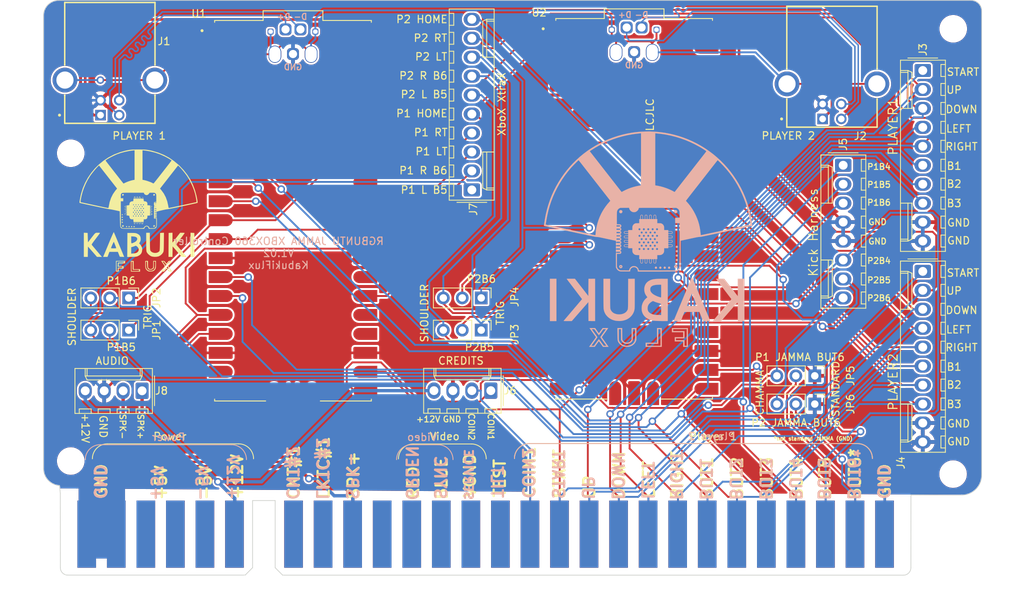
<source format=kicad_pcb>
(kicad_pcb (version 20221018) (generator pcbnew)
  (title_block (title "RGBuntu xbox 360 controller board JAMMA") (date "2022-08-14") (rev "1.02") (company "KabukiFlux") (comment 1 "1.02 silkscreen"))
  (layers (0 "F.Cu" signal) (31 "B.Cu" signal) (34 "B.Paste" user) (35 "F.Paste" user) (36 "B.SilkS" user "B.Silkscreen") (37 "F.SilkS" user "F.Silkscreen") (38 "B.Mask" user) (39 "F.Mask" user) (44 "Edge.Cuts" user))
  (net 0 "")
  (net 1 "/USB_PICO1_VCC")
  (net 2 "/PICO1_D-")
  (net 3 "/PICO1_D+")
  (net 4 "/GND")
  (net 5 "/USB_SHIELD")
  (net 6 "/USB_PICO2_VCC")
  (net 7 "/PICO2_D-")
  (net 8 "/PICO2_D+")
  (net 9 "/P1_START_B8")
  (net 10 "/P1_DPAD_UP")
  (net 11 "/P1_DPAD_DOWN")
  (net 12 "/P1_DPAD_LEFT")
  (net 13 "/P1_DPAD_RIGHT")
  (net 14 "/P1_A_B1")
  (net 15 "/P1_B_B2")
  (net 16 "/P1_X_B3")
  (net 17 "/P2_START_B8")
  (net 18 "/P2_DPAD_UP")
  (net 19 "/P2_DPAD_DOWN")
  (net 20 "/P2_DPAD_LEFT")
  (net 21 "/P2_DPAD_RIGHT")
  (net 22 "/P2_A_B1")
  (net 23 "/P2_B_B2")
  (net 24 "/P2_X_B3")
  (net 25 "/P1_Y_B4")
  (net 26 "/P1_B5")
  (net 27 "/P1_B6")
  (net 28 "/P2_Y_B4")
  (net 29 "/P2_B5")
  (net 30 "/P2_B6")
  (net 31 "/P1_COIN_B7")
  (net 32 "/P2_COIN_B7")
  (net 33 "/+12V")
  (net 34 "/P1_L_B5")
  (net 35 "/P1_R_B6")
  (net 36 "/P1_LT")
  (net 37 "/P1_RT")
  (net 38 "/P1_HOME")
  (net 39 "/P2_L_B5")
  (net 40 "/P2_LT")
  (net 41 "/P2_RT")
  (net 42 "/P2_HOME")
  (net 43 "/SPK+")
  (net 44 "/SPK-")
  (net 55 "/P1_JAMMA_B6_GND")
  (net 66 "/P2_JAMMA_B6_GND")
  (net 67 "/P2_R_B6")
  (net 72 "/P1_TLB_B9")
  (net 73 "/P1_TRB_B10")
  (net 94 "/P2_TLB_B9")
  (net 95 "/P2_TRB_B10")
  (footprint "usb-b:USB-B" (layer "F.Cu") (at 191.516 91.454 180)
    (fp_text reference "J2")
    (fp_text value "USB-B PICO2")
  )
  (footprint "Connector_Molex:Molex_KK-254_AE-6410-10A_1x10_P2.54mm_Vertical" (layer "F.Cu") (at 203.688 89.662 -90)
    (fp_text reference "J3")
    (fp_text value "PLAYER1")
  )
  (footprint "Connector_PinHeader_2.54mm:PinHeader_1x03_P2.54mm_Vertical" (layer "F.Cu") (at 189.215 130.581 -90)
    (fp_text reference "JP5")
    (fp_text value "P1 JAMMA BUT6")
  )
  (footprint "Connector_Molex:Molex_KK-254_AE-6410-10A_1x10_P2.54mm_Vertical" (layer "F.Cu") (at 143.256 105.664 90)
    (fp_text reference "J7")
    (fp_text value "XboX XtraX")
  )
  (footprint "MountingHole:MountingHole_3.2mm_M3" (layer "F.Cu") (at 207.772 84.074)
    (fp_text reference "HOLE1" hide)
    (fp_text value "MountingHole_3.2mm_M3")
  )
  (footprint "Connector_PinHeader_2.54mm:PinHeader_1x03_P2.54mm_Vertical" (layer "F.Cu") (at 97.267 124.46 -90)
    (fp_text reference "JP1")
    (fp_text value "P1_B5_SELECTOR")
  )
  (footprint "kabuki:LogoKabuki_18mm" (layer "F.Cu") (at 98.75 108.5)
    (fp_text reference "G1" hide)
    (fp_text value "LOGO" hide)
  )
  (footprint "Connector_PinHeader_2.54mm:PinHeader_1x03_P2.54mm_Vertical" (layer "F.Cu") (at 144.511 120.142 -90)
    (fp_text reference "JP4")
    (fp_text value "P2_B6_SELECTOR")
  )
  (footprint "Connector_PinHeader_2.54mm:PinHeader_1x03_P2.54mm_Vertical" (layer "F.Cu") (at 144.511 124.46 -90)
    (fp_text reference "JP3")
    (fp_text value "P2_B5_SELECTOR")
  )
  (footprint "Connector_Molex:Molex_KK-254_AE-6410-04A_1x04_P2.54mm_Vertical" (layer "F.Cu") (at 145.796 132.568 180)
    (fp_text reference "J6")
    (fp_text value "CREDITS")
  )
  (footprint "Connector_Molex:Molex_KK-254_AE-6410-10A_1x10_P2.54mm_Vertical" (layer "F.Cu") (at 203.688 116.586 -90)
    (fp_text reference "J4")
    (fp_text value "PLAYER2")
  )
  (footprint "MountingHole:MountingHole_3.2mm_M3" (layer "F.Cu") (at 89.5 142)
    (fp_text reference "HOLE2" hide)
    (fp_text value "MountingHole_3.2mm_M3")
  )
  (footprint "MountingHole:MountingHole_3.2mm_M3" (layer "F.Cu") (at 89.5 100.75)
    (fp_text reference "HOLE3" hide)
    (fp_text value "MountingHole_3.2mm_M3")
  )
  (footprint "usb-b:USB-B" (layer "F.Cu") (at 94.742 90.946 180)
    (fp_text reference "J1")
    (fp_text value "USB-B PICO1")
  )
  (footprint "Connector_PinHeader_2.54mm:PinHeader_1x03_P2.54mm_Vertical" (layer "F.Cu") (at 97.267 120.142 -90)
    (fp_text reference "JP2")
    (fp_text value "P1_B6_SELECTOR")
  )
  (footprint "Connector_Molex:Molex_KK-254_AE-6410-04A_1x04_P2.54mm_Vertical" (layer "F.Cu") (at 99.06 132.588 180)
    (fp_text reference "J8")
    (fp_text value "AUDIO")
  )
  (footprint "pi-pico:pi-pico" (layer "F.Cu") (at 119.2845 108.454)
    (fp_text reference "U1")
    (fp_text value "pi_pico" hide)
  )
  (footprint "Connector_PinHeader_2.54mm:PinHeader_1x03_P2.54mm_Vertical" (layer "F.Cu") (at 189.215 134.366 -90)
    (fp_text reference "JP6")
    (fp_text value "P2 JAMMA BUT6")
  )
  (footprint "Connector_Molex:Molex_KK-254_AE-6410-08A_1x08_P2.54mm_Vertical" (layer "F.Cu") (at 193.02 102.362 -90)
    (fp_text reference "J5")
    (fp_text value "Kick Harness")
  )
  (footprint "jamma:JAMMA_edge" (layer "F.Cu") (at 145.1 156.3)
    (fp_text reference "J9" hide)
    (fp_text value "JAMMA_edge_conn")
  )
  (footprint "pi-pico:pi-pico" (layer "F.Cu") (at 165.0045 108.2)
    (fp_text reference "U2")
    (fp_text value "pi_pico" hide)
  )
  (footprint "MountingHole:MountingHole_3.2mm_M3" (layer "F.Cu") (at 207.75 143.75)
    (fp_text reference "HOLE4" hide)
    (fp_text value "MountingHole_3.2mm_M3")
  )
  (footprint "kabuki:LogoKabuki" (layer "B.Cu") (at 166.578893 112.477928 180)
    (fp_text reference "G***" hide)
    (fp_text value "LOGO" hide)
  )
  (gr_line (start 112.87 157.292893) (end 113.872893 156.29) (stroke (width 0.1)) (layer "Edge.Cuts"))
  (gr_line (start 211.582 143.891) (end 211.582 81.661) (stroke (width 0.1)) (layer "Edge.Cuts"))
  (gr_arc (start 89.107107 157.292893) (mid 88.4 157) (end 88.107107 156.292893) (stroke (width 0.1)) (layer "Edge.Cuts"))
  (gr_arc (start 211.582 143.891) (mid 210.800854 145.776854) (end 208.915 146.558) (stroke (width 0.1)) (layer "Edge.Cuts"))
  (gr_arc (start 85.852 82.296) (mid 86.447159 80.859159) (end 87.884 80.264) (stroke (width 0.1)) (layer "Edge.Cuts"))
  (gr_arc (start 210.185 80.264) (mid 211.172828 80.673172) (end 211.582 81.661) (stroke (width 0.1)) (layer "Edge.Cuts"))
  (gr_line (start 89.107107 157.292893) (end 112.87 157.292893) (stroke (width 0.1)) (layer "Edge.Cuts"))
  (gr_line (start 88.1 146.3) (end 88.107107 156.292893) (stroke (width 0.1)) (layer "Edge.Cuts"))
  (gr_line (start 202.1 146.558) (end 208.915 146.558) (stroke (width 0.1)) (layer "Edge.Cuts"))
  (gr_line (start 113.872893 156.29) (end 113.872893 147.3) (stroke (width 0.1)) (layer "Edge.Cuts"))
  (gr_line (start 116.9 147.3) (end 113.872893 147.3) (stroke (width 0.1)) (layer "Edge.Cuts"))
  (gr_line (start 210.185 80.264) (end 87.884 80.264) (stroke (width 0.1)) (layer "Edge.Cuts"))
  (gr_line (start 116.9 147.3) (end 116.9 156.3) (stroke (width 0.1)) (layer "Edge.Cuts"))
  (gr_line (start 85.852 82.296) (end 85.852 143.002) (stroke (width 0.1)) (layer "Edge.Cuts"))
  (gr_line (start 117.9 157.3) (end 201.092893 157.3) (stroke (width 0.1)) (layer "Edge.Cuts"))
  (gr_line (start 202.092893 156.3) (end 202.1 146.558) (stroke (width 0.1)) (layer "Edge.Cuts"))
  (gr_line (start 116.9 156.3) (end 117.9 157.3) (stroke (width 0.1)) (layer "Edge.Cuts"))
  (gr_arc (start 202.092893 156.3) (mid 201.8 157.007107) (end 201.092893 157.3) (stroke (width 0.1)) (layer "Edge.Cuts"))
  (gr_line (start 88 145.288) (end 88.1 146.3) (stroke (width 0.1)) (layer "Edge.Cuts"))
  (gr_arc (start 88 145.288) (mid 86.473253 144.570415) (end 85.852 143.002) (stroke (width 0.1)) (layer "Edge.Cuts"))
  (gr_text "RGBUNTU JAMMA XBOX360 Controller\nV1.02\nKabukiFlux" (at 117.348 114.1476) (layer "B.SilkS") (effects (font (size 1 1)) (justify mirror)))
  (gr_text "STANDARD" (at 192 132.334 90) (layer "F.SilkS") (effects (font (size 1 1))))
  (gr_text "SHOULDER" (at 89.662 122.682 90) (layer "F.SilkS") (effects (font (size 1 1))))
  (gr_text "PLAYER 1" (at 95 99) (layer "F.SilkS") (effects (font (size 1 1)) (justify left bottom)))
  (gr_text "P2B6" (at 144.526 117.602) (layer "F.SilkS") (effects (font (size 1 1))))
  (gr_text "TRIG" (at 147.066 122.174 90) (layer "F.SilkS") (effects (font (size 1 1))))
  (gr_text "P1B5" (at 96.266 126.746) (layer "F.SilkS") (effects (font (size 1 1))))
  (gr_text "P1B6" (at 96.266 117.856) (layer "F.SilkS") (effects (font (size 1 1))))
  (gr_text "PLAYER 2" (at 182 99) (layer "F.SilkS") (effects (font (size 1 1)) (justify left bottom)))
  (gr_text "CHAMMA" (at 181.864 132.842 90) (layer "F.SilkS") (effects (font (size 1 1))))
  (gr_text "JLCJLCJLCJLC" (at 167.132 98.552 90) (layer "F.SilkS") (effects (font (size 1 1))))
  (gr_text "SHOULDER" (at 136.906 122.174 90) (layer "F.SilkS") (effects (font (size 1 1))))
  (gr_text "P2B5" (at 144.272 126.746) (layer "F.SilkS") (effects (font (size 1 1))))
  (gr_text "TRIG" (at 99.822 122.682 90) (layer "F.SilkS") (effects (font (size 1 1))))
  (segment (start 91.44 94.488) (end 91.44 90.17) (width 0.35) (layer "F.Cu") (net 1))
  (segment (start 92.598 95.646) (end 91.44 94.488) (width 0.35) (layer "F.Cu") (net 1))
  (segment (start 98.7814 82.8286) (end 127.4791 82.8286) (width 0.35) (layer "F.Cu") (net 1))
  (segment (start 91.44 90.17) (end 98.7814 82.8286) (width 0.35) (layer "F.Cu") (net 1))
  (segment (start 93.492 95.646) (end 92.598 95.646) (width 0.35) (layer "F.Cu") (net 1))
  (segment (start 127.4791 82.8286) (end 128.9745 84.324) (width 0.35) (layer "F.Cu") (net 1))
  (segment (start 95.542 95.196) (end 95.45 95.196) (width 0.2) (layer "B.Cu") (net 2))
  (segment (start 95.47431 91.7261) (end 95.47431 88.10349) (width 0.2) (layer "B.Cu") (net 2))
  (segment (start 94.742 94.488) (end 94.742 92.45841) (width 0.2) (layer "B.Cu") (net 2))
  (segment (start 94.742 92.45841) (end 95.47431 91.7261) (width 0.2) (layer "B.Cu") (net 2))
  (segment (start 101.7608 81.817) (end 117.9475 81.817) (width 0.2) (layer "B.Cu") (net 2))
  (segment (start 117.9475 81.817) (end 120.2845 84.154) (width 0.2) (layer "B.Cu") (net 2))
  (segment (start 95.992 95.646) (end 95.542 95.196) (width 0.2) (layer "B.Cu") (net 2))
  (segment (start 95.45 95.196) (end 94.742 94.488) (width 0.2) (layer "B.Cu") (net 2))
  (segment (start 95.47431 88.10349) (end 101.7608 81.817) (width 0.2) (layer "B.Cu") (net 2))
  (segment (start 99.946215 84.267984) (end 100.052281 84.161919) (width 0.2) (layer "B.Cu") (net 3))
  (segment (start 101.9472 82.267) (end 117.761103 82.267) (width 0.2) (layer "B.Cu") (net 3))
  (segment (start 100.147159 84.893191) (end 100.147159 84.893192) (width 0.2) (layer "B.Cu") (net 3))
  (segment (start 96.976364 87.6621) (end 97.177308 87.863044) (width 0.2) (layer "B.Cu") (net 3))
  (segment (start 97.601572 87.438778) (end 97.601572 87.438779) (width 0.2) (layer "B.Cu") (net 3))
  (segment (start 98.673422 85.965042) (end 98.874366 86.165986) (width 0.2) (layer "B.Cu") (net 3))
  (segment (start 95.992 88.2222) (end 96.5521 87.6621) (width 0.2) (layer "B.Cu") (net 3))
  (segment (start 95.992 93.646) (end 95.992 88.2222) (width 0.2) (layer "B.Cu") (net 3))
  (segment (start 99.097685 85.116512) (end 99.097686 85.116513) (width 0.2) (layer "B.Cu") (net 3))
  (segment (start 99.097686 85.116513) (end 99.097687 85.116513) (width 0.2) (layer "B.Cu") (net 3))
  (segment (start 100.052281 84.161919) (end 101.9472 82.267) (width 0.2) (layer "B.Cu") (net 3))
  (segment (start 98.450101 86.590249) (end 98.450101 86.59025) (width 0.2) (layer "B.Cu") (net 3))
  (segment (start 117.761103 82.267) (end 118.2845 82.790397) (width 0.2) (layer "B.Cu") (net 3))
  (segment (start 99.521951 85.116513) (end 99.722895 85.317457) (width 0.2) (layer "B.Cu") (net 3))
  (segment (start 98.249156 85.965041) (end 98.249157 85.965042) (width 0.2) (layer "B.Cu") (net 3))
  (segment (start 97.400627 86.81357) (end 97.400628 86.813571) (width 0.2) (layer "B.Cu") (net 3))
  (segment (start 98.450101 86.59025) (end 98.249156 86.389305) (width 0.2) (layer "B.Cu") (net 3))
  (segment (start 100.147159 84.893192) (end 99.946214 84.692247) (width 0.2) (layer "B.Cu") (net 3))
  (segment (start 99.29863 85.74172) (end 99.29863 85.741721) (width 0.2) (layer "B.Cu") (net 3))
  (segment (start 99.946214 84.267983) (end 99.946215 84.267984) (width 0.2) (layer "B.Cu") (net 3))
  (segment (start 97.824893 86.813571) (end 98.025837 87.014515) (width 0.2) (layer "B.Cu") (net 3))
  (segment (start 97.601572 87.438779) (end 97.400627 87.237834) (width 0.2) (layer "B.Cu") (net 3))
  (segment (start 97.400628 86.813571) (end 97.400629 86.813571) (width 0.2) (layer "B.Cu") (net 3))
  (segment (start 99.29863 85.741721) (end 99.097685 85.540776) (width 0.2) (layer "B.Cu") (net 3))
  (segment (start 98.249157 85.965042) (end 98.249158 85.965042) (width 0.2) (layer "B.Cu") (net 3))
  (segment (start 118.2845 82.790397) (end 118.2845 84.154) (width 0.2) (layer "B.Cu") (net 3))
  (arc (start 97.400627 87.237834) (mid 97.312759 87.025702) (end 97.400627 86.81357) (width 0.2) (layer "B.Cu") (net 3))
  (arc (start 99.722895 85.317457) (mid 99.935027 85.405325) (end 100.147159 85.317457) (width 0.2) (layer "B.Cu") (net 3))
  (arc (start 98.874366 86.165986) (mid 99.086498 86.253854) (end 99.29863 86.165986) (width 0.2) (layer "B.Cu") (net 3))
  (arc (start 97.400629 86.813571) (mid 97.612761 86.725703) (end 97.824893 86.813571) (width 0.2) (layer "B.Cu") (net 3))
  (arc (start 99.097687 85.116513) (mid 99.309819 85.028645) (end 99.521951 85.116513) (width 0.2) (layer "B.Cu") (net 3))
  (arc (start 98.249156 86.389305) (mid 98.161288 86.177173) (end 98.249156 85.965041) (width 0.2) (layer "B.Cu") (net 3))
  (arc (start 98.249158 85.965042) (mid 98.46129 85.877174) (end 98.673422 85.965042) (width 0.2) (layer "B.Cu") (net 3))
  (arc (start 100.147159 85.317457) (mid 100.235027 85.105324) (end 100.147159 84.893191) (width 0.2) (layer "B.Cu") (net 3))
  (arc (start 97.601572 87.863044) (mid 97.68944 87.650911) (end 97.601572 87.438778) (width 0.2) (layer "B.Cu") (net 3))
  (arc (start 98.450101 87.014515) (mid 98.537969 86.802382) (end 98.450101 86.590249) (width 0.2) (layer "B.Cu") (net 3))
  (arc (start 97.177308 87.863044) (mid 97.38944 87.950912) (end 97.601572 87.863044) (width 0.2) (layer "B.Cu") (net 3))
  (arc (start 99.29863 86.165986) (mid 99.386498 85.953853) (end 99.29863 85.74172) (width 0.2) (layer "B.Cu") (net 3))
  (arc (start 99.946214 84.692247) (mid 99.858346 84.480115) (end 99.946214 84.267983) (width 0.2) (layer "B.Cu") (net 3))
  (arc (start 96.5521 87.6621) (mid 96.764232 87.574232) (end 96.976364 87.6621) (width 0.2) (layer "B.Cu") (net 3))
  (arc (start 98.025837 87.014515) (mid 98.237969 87.102383) (end 98.450101 87.014515) (width 0.2) (layer "B.Cu") (net 3))
  (arc (start 99.097685 85.540776) (mid 99.009817 85.328644) (end 99.097685 85.116512) (width 0.2) (layer "B.Cu") (net 3))
  (segment (start 95.632 151.13) (end 95.632 146.7047) (width 0.35) (layer "F.Cu") (net 4))
  (segment (start 198.592 143.658) (end 202.804 139.446) (width 0.35) (layer "F.Cu") (net 4))
  (segment (start 119.2845 88.7415) (end 119.2845 87.454) (width 0.35) (layer "F.Cu") (net 4))
  (segment (start 189.215 130.581) (end 185.884 127.25) (width 0.35) (layer "F.Cu") (net 4))
  (segment (start 99.5552 94.234) (end 104.7001 94.234) (width 0.35) (layer "F.Cu") (net 4))
  (segment (start 152.65 101.85) (end 154.1337 101.85) (width 0.35) (layer "F.Cu") (net 4))
  (segment (start 198.5906 145.0183) (end 198.592 145.0183) (width 0.35) (layer "F.Cu") (net 4))
  (segment (start 189.215 135.6413) (end 189.215 135.6427) (width 0.35) (layer "F.Cu") (net 4))
  (segment (start 104.7001 93.084) (end 104.7001 91.8959) (width 0.35) (layer "F.Cu") (net 4))
  (segment (start 91.672 151.13) (end 91.672 146.7047) (width 0.35) (layer "F.Cu") (net 4))
  (segment (start 125.222 117.094) (end 127.512 114.804) (width 0.35) (layer "F.Cu") (net 4))
  (segment (start 119.2845 133.0781) (end 119.2845 131.4135) (width 0.35) (layer "F.Cu") (net 4))
  (segment (start 175.9924 89.15) (end 174.6945 89.15) (width 0.35) (layer "F.Cu") (net 4))
  (segment (start 165.0045 88.5505) (end 165.0045 87.2) (width 0.35) (layer "F.Cu") (net 4))
  (segment (start 97.5232 92.202) (end 99.5552 94.234) (width 0.35) (layer "F.Cu") (net 4))
  (segment (start 151.638 102.87) (end 152.658 101.85) (width 0.35) (layer "F.Cu") (net 4))
  (segment (start 155.3145 114.55) (end 153.412 114.55) (width 0.35) (layer "F.Cu") (net 4))
  (segment (start 193.02 112.522) (end 203.688 112.522) (width 0.35) (layer "F.Cu") (net 4))
  (segment (start 93.98 146.7047) (end 91.672 146.7047) (width 0.35) (layer "F.Cu") (net 4))
  (segment (start 153.412 114.55) (end 151.638 112.776) (width 0.35) (layer "F.Cu") (net 4))
  (segment (start 111.6325 127.504) (end 115.312 127.504) (width 0.35) (layer "F.Cu") (net 4))
  (segment (start 119.2845 87.454) (end 119.2845 88.8045) (width 0.35) (layer "F.Cu") (net 4))
  (segment (start 109.5945 127.504) (end 111.6325 127.504) (width 0.35) (layer "F.Cu") (net 4))
  (segment (start 155.3145 127.25) (end 143.768 127.25) (width 0.35) (layer "F.Cu") (net 4))
  (segment (start 174.6945 127.25) (end 170.5786 127.25) (width 0.35) (layer "F.Cu") (net 4))
  (segment (start 113.542 127.504) (end 115.062 125.984) (width 0.35) (layer "F.Cu") (net 4))
  (segment (start 190.1365 94.154) (end 190.266 94.154) (width 0.35) (layer "F.Cu") (net 4))
  (segment (start 174.6945 89.15) (end 165.604 89.15) (width 0.35) (layer "F.Cu") (net 4))
  (segment (start 152.658 101.85) (end 154.1337 101.85) (width 0.35) (layer "F.Cu") (net 4))
  (segment (start 165.604 89.15) (end 165.0045 88.5505) (width 0.35) (layer "F.Cu") (net 4))
  (segment (start 104.7001 91.8959) (end 107.192 89.404) (width 0.35) (layer "F.Cu") (net 4))
  (segment (start 93.492 93.646) (end 94.936 92.202) (width 0.35) (layer "F.Cu") (net 4))
  (segment (start 125.222 125.5637) (end 125.222 117.094) (width 0.35) (layer "F.Cu") (net 4))
  (segment (start 95.632 146.7047) (end 93.98 146.7047) (width 0.35) (layer "F.Cu") (net 4))
  (segment (start 107.192 89.404) (end 109.5945 89.404) (width 0.35) (layer "F.Cu") (net 4))
  (segment (start 104.7001 93.084) (end 104.7001 99.6201) (width 0.35) (layer "F.Cu") (net 4))
  (segment (start 115.312 127.504) (end 119.2845 131.4765) (width 0.35) (layer "F.Cu") (net 4))
  (segment (start 119.2845 131.4765) (end 119.2845 133.0781) (width 0.35) (layer "F.Cu") (net 4))
  (segment (start 185.884 127.25) (end 174.6945 127.25) (width 0.35) (layer "F.Cu") (net 4))
  (segment (start 202.804 139.446) (end 203.688 139.446) (width 0.35) (layer "F.Cu") (net 4))
  (segment (start 189.215 134.366) (end 189.215 135.6413) (width 0.35) (layer "F.Cu") (net 4))
  (segment (start 107.184 102.104) (end 109.5945 102.104) (width 0.35) (layer "F.Cu") (net 4))
  (segment (start 140.716 130.302) (end 140.716 132.568) (width 0.35) (layer "F.Cu") (net 4))
  (segment (start 94.936 92.202) (end 97.5232 92.202) (width 0.35) (layer "F.Cu") (net 4))
  (segment (start 118.622 89.404) (end 119.2845 88.7415) (width 0.35) (layer "F.Cu") (net 4))
  (segment (start 93.98 146.7047) (end 95.25 145.4347) (width 0.35) (layer "F.Cu") (net 4))
  (segment (start 119.2845 133.0781) (end 119.2845 133.154) (width 0.35) (layer "F.Cu") (net 4))
  (segment (start 119.884 89.404) (end 128.9745 89.404) (width 0.35) (layer "F.Cu") (net 4))
  (segment (start 127.512 114.804) (end 128.9745 114.804) (width 0.35) (layer "F.Cu") (net 4))
  (segment (start 165.0045 132.8241) (end 165.0045 132.9) (width 0.35) (layer "F.Cu") (net 4))
  (segment (start 115.062 117.348) (end 112.518 114.804) (width 0.35) (layer "F.Cu") (net 4))
  (segment (start 112.518 114.804) (end 109.5945 114.804) (width 0.35) (layer "F.Cu") (net 4))
  (segment (start 159.4304 127.25) (end 155.3145 127.25) (width 0.35) (layer "F.Cu") (net 4))
  (segment (start 104.7001 99.6201) (end 107.184 102.104) (width 0.35) (layer "F.Cu") (net 4))
  (segment (start 164.342 89.15) (end 155.3145 89.15) (width 0.35) (layer "F.Cu") (net 4))
  (segment (start 154.1337 101.85) (end 155.3145 101.85) (width 0.35) (layer "F.Cu") (net 4))
  (segment (start 109.5945 89.404) (end 118.622 89.404) (width 0.35) (layer "F.Cu") (net 4))
  (segment (start 151.638 100.838) (end 152.65 101.85) (width 0.35) (layer "F.Cu") (net 4))
  (segment (start 115.062 125.984) (end 115.062 117.348) (width 0.35) (layer "F.Cu") (net 4))
  (segment (start 155.3145 89.15) (end 153.42 89.15) (width 0.35) (layer "F.Cu") (net 4))
  (segment (start 151.638 90.932) (end 151.638 100.838) (width 0.35) (layer "F.Cu") (net 4))
  (segment (start 198.592 145.0183) (end 198.592 143.658) (width 0.35) (layer "F.Cu") (net 4))
  (segment (start 128.9745 127.504) (end 137.918 127.504) (width 0.35) (layer "F.Cu") (net 4))
  (segment (start 111.6325 127.504) (end 113.542 127.504) (width 0.35) (layer "F.Cu") (net 4))
  (segment (start 99.064 127.504) (end 109.5945 127.504) (width 0.35) (layer "F.Cu") (net 4))
  (segment (start 165.0045 88.4875) (end 164.342 89.15) (width 0.35) (layer "F.Cu") (net 4))
  (segment (start 153.42 89.15) (end 151.638 90.932) (width 0.35) (layer "F.Cu") (net 4))
  (segment (start 165.0045 132.8241) (end 159.4304 127.25) (width 0.35) (layer "F.Cu") (net 4))
  (segment (start 193.02 109.982) (end 189.1366 106.0986) (width 0.35) (layer "F.Cu") (net 4))
  (segment (start 119.2845 88.8045) (end 119.884 89.404) (width 0.35) (layer "F.Cu") (net 4))
  (segment (start 119.2845 131.4135) (end 123.698 127) (width 0.35) (layer "F.Cu") (net 4))
  (segment (start 189.1366 106.0986) (end 189.1366 95.1539) (width 0.35) (layer "F.Cu") (net 4))
  (segment (start 198.592 145.0183) (end 198.592 151.13) (width 0.35) (layer "F.Cu") (net 4))
  (segment (start 189.1366 95.1539) (end 181.9963 95.1539) (width 0.35) (layer "F.Cu") (net 4))
  (segment (start 155.3145 114.55) (end 174.6945 114.55) (width 0.35) (layer "F.Cu") (net 4))
  (segment (start 95.25 145.4347) (end 95.25 138) (width 0.35) (layer "F.Cu") (net 4))
  (segment (start 95.25 138) (end 93.98 136.73) (width 0.35) (layer "F.Cu") (net 4))
  (segment (start 203.688 139.446) (end 203.688 138.1507) (width 0.35) (layer "F.Cu") (net 4))
  (segment (start 125.726 127.504) (end 128.9745 127.504) (width 0.35) (layer "F.Cu") (net 4))
  (segment (start 143.768 127.25) (end 140.716 130.302) (width 0.35) (layer "F.Cu") (net 4))
  (segment (start 93.98 132.588) (end 99.064 127.504) (width 0.35) (layer "F.Cu") (net 4))
  (segment (start 170.5786 127.25) (end 165.0045 132.8241) (width 0.35) (layer "F.Cu") (net 4))
  (segment (start 181.9963 95.1539) (end 175.9924 89.15) (width 0.35) (layer "F.Cu") (net 4))
  (segment (start 151.638 112.776) (end 151.638 102.87) (width 0.35) (layer "F.Cu") (net 4))
  (segment (start 189.1366 95.1539) (end 190.1365 94.154) (width 0.35) (layer "F.Cu") (net 4))
  (segment (start 189.215 135.6427) (end 198.5906 145.0183) (width 0.35) (layer "F.Cu") (net 4))
  (segment (start 123.698 127) (end 125.222 127) (width 0.35) (layer "F.Cu") (net 4))
  (segment (start 165.0045 87.2) (end 165.0045 88.4875) (width 0.35) (layer "F.Cu") (net 4))
  (segment (start 93.98 136.73) (end 93.98 132.588) (width 0.35) (layer "F.Cu") (net 4))
  (segment (start 125.222 127) (end 125.726 127.504) (width 0.35) (layer "F.Cu") (net 4))
  (segment (start 137.918 127.504) (end 140.716 130.302) (width 0.35) (layer "F.Cu") (net 4))
  (segment (start 104.7001 94.234) (end 104.7001 93.084) (width 0.35) (layer "F.Cu") (net 4))
  (segment (start 189.215 130.581) (end 189.215 134.366) (width 0.35) (layer "F.Cu") (net 4))
  (segment (start 125.222 125.5637) (end 125.222 127) (width 0.35) (layer "F.Cu") (net 4))
  (segment (start 203.688 136.906) (end 203.688 138.1507) (width 0.35) (layer "F.Cu") (net 4))
  (segment (start 91.67 130.2779) (end 93.98 132.588) (width 0.35) (layer "B.Cu") (net 4))
  (segment (start 91.75 96.75) (end 98.75 103.75) (width 0.35) (layer "B.Cu") (net 4))
  (segment (start 98.75 109.269) (end 89.154 118.865) (width 0.35) (layer "B.Cu") (net 4))
  (segment (start 189.215 130.581) (end 189.215 129.3057) (width 0.35) (layer "B.Cu") (net 4))
  (segment (start 203.688 139.446) (end 202.804 139.446) (width 0.35) (layer "B.Cu") (net 4))
  (segment (start 91.75 94.25) (end 91.75 96.75) (width 0.35) (layer "B.Cu") (net 4))
  (segment (start 193.02 112.522) (end 193.02 109.982) (width 0.35) (layer "B.Cu") (net 4))
  (segment (start 91.672 151.13) (end 91.672 146.7047) (width 0.35) (layer "B.Cu") (net 4))
  (segment (start 189.215 129.3057) (end 189.215 128.2903) (width 0.35) (layer "B.Cu") (net 4))
  (segment (start 98.75 103.75) (end 98.75 109.269) (width 0.35) (layer "B.Cu") (net 4))
  (segment (start 189.215 128.2903) (end 203.688 113.8173) (width 0.35) (layer "B.Cu") (net 4))
  (segment (start 202.804 139.446) (end 198.592 143.658) (width 0.35) (layer "B.Cu") (net 4))
  (segment (start 203.688 109.982) (end 203.688 112.522) (width 0.35) (layer "B.Cu") (net 4))
  (segment (start 94.1703 146.7047) (end 91.672 146.7047) (width 0.35) (layer "B.Cu") (net 4))
  (segment (start 90.2221 130.2779) (end 89.75 130.75) (width 0.35) (layer "B.Cu") (net 4))
  (segment (start 198.592 143.658) (end 198.592 151.13) (width 0.35) (layer "B.Cu") (net 4))
  (segment (start 95.25 139.75) (end 95.25 145.625) (width 0.35) (layer "B.Cu") (net 4))
  (segment (start 92.354 93.646) (end 91.75 94.25) (width 0.35) (layer "B.Cu") (net 4))
  (segment (start 89.75 130.75) (end 89.75 134.25) (width 0.35) (layer "B.Cu") (net 4))
  (segment (start 95.632 146.7047) (end 91.672 146.7047) (width 0.35) (layer "B.Cu") (net 4))
  (segment (start 89.154 118.865) (end 89.154 127.7619) (width 0.35) (layer "B.Cu") (net 4))
  (segment (start 203.688 112.522) (end 203.688 113.8173) (width 0.35) (layer "B.Cu") (net 4))
  (segment (start 93.492 93.646) (end 92.354 93.646) (width 0.35) (layer "B.Cu") (net 4))
  (segment (start 89.75 134.25) (end 95.25 139.75) (width 0.35) (layer "B.Cu") (net 4))
  (segment (start 95.25 145.625) (end 94.1703 146.7047) (width 0.35) (layer "B.Cu") (net 4))
  (segment (start 95.632 151.13) (end 95.632 146.7047) (width 0.35) (layer "B.Cu") (net 4))
  (segment (start 91.67 130.2779) (end 90.2221 130.2779) (width 0.35) (layer "B.Cu") (net 4))
  (segment (start 89.154 127.7619) (end 91.67 130.2779) (width 0.35) (layer "B.Cu") (net 4))
  (segment (start 120.142 85.852) (end 118.148 85.852) (width 0.25) (layer "F.Cu") (net 5))
  (segment (start 115.6842 87.484) (end 116.8595 87.484) (width 0.25) (layer "F.Cu") (net 5))
  (segment (start 162.0045 85.1797) (end 162.0045 84.2) (width 0.25) (layer "F.Cu") (net 5))
  (segment (start 168.0045 85.4003) (end 168.0045 84.2) (width 0.25) (layer "F.Cu") (net 5))
  (segment (start 121.7095 87.484) (end 121.7095 87.4195) (width 0.25) (layer "F.Cu") (net 5))
  (segment (start 162.5795 87.23) (end 162.5795 85.7547) (width 0.25) (layer "F.Cu") (net 5))
  (segment (start 168.0045 85.4003) (end 167.4165 85.9883) (width 0.25) (layer "F.Cu") (net 5))
  (segment (start 103.57 88.138) (end 115.0302 88.138) (width 0.25) (layer "F.Cu") (net 5))
  (segment (start 185.496 91.454) (end 197.536 91.454) (width 0.25) (layer "F.Cu") (net 5))
  (segment (start 116.8595 87.1405) (end 116.8595 87.484) (width 0.25) (layer "F.Cu") (net 5))
  (segment (start 162.0045 85.1797) (end 162.5795 85.7547) (width 0.25) (layer "F.Cu") (net 5))
  (segment (start 167.4295 86.0014) (end 167.4165 85.9883) (width 0.25) (layer "F.Cu") (net 5))
  (segment (start 167.4165 85.9883) (end 167.1829 85.7547) (width 0.25) (layer "F.Cu") (net 5))
  (segment (start 100.762 90.946) (end 103.57 88.138) (width 0.25) (layer "F.Cu") (net 5))
  (segment (start 167.1829 85.7547) (end 162.5795 85.7547) (width 0.25) (layer "F.Cu") (net 5))
  (segment (start 121.7095 87.4195) (end 120.142 85.852) (width 0.25) (layer "F.Cu") (net 5))
  (segment (start 167.4295 87.23) (end 167.4295 86.0014) (width 0.25) (layer "F.Cu") (net 5))
  (segment (start 100.762 90.946) (end 93.472 90.946) (width 0.25) (layer "F.Cu") (net 5))
  (segment (start 118.148 85.852) (end 116.8595 87.1405) (width 0.25) (layer "F.Cu") (net 5))
  (segment (start 115.0302 88.138) (end 115.6842 87.484) (width 0.25) (layer "F.Cu") (net 5))
  (via (at 93.472 90.946) (size 1) (drill 0.6) (layers "F.Cu" "B.Cu") (net 5))
  (segment (start 93.472 90.946) (end 88.722 90.946) (width 0.25) (layer "B.Cu") (net 5))
  (segment (start 116.2845 84.454) (end 116.2845 86.909) (width 0.25) (layer "B.Cu") (net 5))
  (segment (start 162 82.4452) (end 162 84.1955) (width 0.25) (layer "B.Cu") (net 5))
  (segment (start 121.7095 87.484) (end 121.7095 86.0087) (width 0.25) (layer "B.Cu") (net 5))
  (segment (start 161.1607 81.6059) (end 162 82.4452) (width 0.25) (layer "B.Cu") (net 5))
  (segment (start 121.7095 86.0087) (end 122.2845 85.4337) (width 0.25) (layer "B.Cu") (net 5))
  (segment (start 116.2845 86.909) (end 116.8595 87.484) (width 0.25) (layer "B.Cu") (net 5))
  (segment (start 122.2845 85.4337) (end 122.2845 82.7037) (width 0.25) (layer "B.Cu") (net 5))
  (segment (start 122.2845 82.7037) (end 123.3823 81.6059) (width 0.25) (layer "B.Cu") (net 5))
  (segment (start 167.4295 87.23) (end 181.272 87.23) (width 0.25) (layer "B.Cu") (net 5))
  (segment (start 162 84.1955) (end 162.0045 84.2) (width 0.25) (layer "B.Cu") (net 5))
  (segment (start 181.272 87.23) (end 185.496 91.454) (width 0.25) (layer "B.Cu") (net 5))
  (segment (start 123.3823 81.6059) (end 161.1607 81.6059) (width 0.25) (layer "B.Cu") (net 5))
  (segment (start 191.516 92.964) (end 191.008 92.456) (width 0.35) (layer "F.Cu") (net 6))
  (segment (start 179.07 86.614) (end 176.526 84.07) (width 0.35) (layer "F.Cu") (net 6))
  (segment (start 190.266 96.154) (end 191.516 94.904) (width 0.35) (layer "F.Cu") (net 6))
  (segment (start 191.008 92.456) (end 188.98245 92.456) (width 0.35) (layer "F.Cu") (net 6))
  (segment (start 179.07 89.408) (end 179.07 86.614) (width 0.35) (layer "F.Cu") (net 6))
  (segment (start 176.526 84.07) (end 174.6945 84.07) (width 0.35) (layer "F.Cu") (net 6))
  (segment (start 183.896 94.234) (end 179.07 89.408) (width 0.35) (layer "F.Cu") (net 6))
  (segment (start 188.98245 92.456) (end 187.20445 94.234) (width 0.35) (layer "F.Cu") (net 6))
  (segment (start 191.516 94.904) (end 191.516 92.964) (width 0.35) (layer "F.Cu") (net 6))
  (segment (start 187.20445 94.234) (end 183.896 94.234) (width 0.35) (layer "F.Cu") (net 6))
  (segment (start 172.183 81.309) (end 190.0852 81.309) (width 0.2) (layer "B.Cu") (net 7))
  (segment (start 170.942 82.125736) (end 170.79809 81.981826) (width 0.2) (layer "B.Cu") (net 7))
  (segment (start 195.043 86.2668) (end 195.043 93.877) (width 0.2) (layer "B.Cu") (net 7))
  (segment (start 171.79053 81.701471) (end 171.896595 81.595405) (width 0.2) (layer "B.Cu") (net 7))
  (segment (start 166.0045 83.9) (end 166.0045 83.15375) (width 0.2) (layer "B.Cu") (net 7))
  (segment (start 166.60825 82.55) (end 170.942 82.55) (width 0.2) (layer "B.Cu") (net 7))
  (segment (start 195.043 93.877) (end 192.766 96.154) (width 0.2) (layer "B.Cu") (net 7))
  (segment (start 171.896595 81.595405) (end 172.183 81.309) (width 0.2) (layer "B.Cu") (net 7))
  (segment (start 170.79809 81.981826) (end 170.659158 81.842894) (width 0.2) (layer "B.Cu") (net 7))
  (segment (start 171.083424 81.418629) (end 171.366267 81.701472) (width 0.2) (layer "B.Cu") (net 7))
  (segment (start 166.0045 83.15375) (end 166.60825 82.55) (width 0.2) (layer "B.Cu") (net 7))
  (segment (start 171.083424 81.41863) (end 171.083424 81.418629) (width 0.2) (layer "B.Cu") (net 7))
  (segment (start 171.790531 81.701472) (end 171.79053 81.701471) (width 0.2) (layer "B.Cu") (net 7))
  (segment (start 190.0852 81.309) (end 195.043 86.2668) (width 0.2) (layer "B.Cu") (net 7))
  (arc (start 170.659158 81.842894) (mid 170.57129 81.630762) (end 170.659158 81.41863) (width 0.2) (layer "B.Cu") (net 7))
  (arc (start 170.659158 81.41863) (mid 170.871292 81.330761) (end 171.083424 81.41863) (width 0.2) (layer "B.Cu") (net 7))
  (arc (start 171.366267 81.701472) (mid 171.578399 81.78934) (end 171.790531 81.701472) (width 0.2) (layer "B.Cu") (net 7))
  (arc (start 170.942 82.55) (mid 171.029868 82.337868) (end 170.942 82.125736) (width 0.2) (layer "B.Cu") (net 7))
  (segment (start 194.129603 94.154) (end 194.593 93.690603) (width 0.2) (layer "B.Cu") (net 8))
  (segment (start 168.92268 85.64952) (end 164.38952 85.64952) (width 0.2) (layer "B.Cu") (net 8))
  (segment (start 194.593 93.690603) (end 194.593 86.4532) (width 0.2) (layer "B.Cu") (net 8))
  (segment (start 189.8988 81.759) (end 172.8132 81.759) (width 0.2) (layer "B.Cu") (net 8))
  (segment (start 192.766 94.154) (end 194.129603 94.154) (width 0.2) (layer "B.Cu") (net 8))
  (segment (start 164.38952 85.64952) (end 164.0045 85.2645) (width 0.2) (layer "B.Cu") (net 8))
  (segment (start 194.593 86.4532) (end 189.8988 81.759) (width 0.2) (layer "B.Cu") (net 8))
  (segment (start 164.0045 85.2645) (end 164.0045 83.9) (width 0.2) (layer "B.Cu") (net 8))
  (segment (start 172.8132 81.759) (end 168.92268 85.64952) (width 0.2) (layer "B.Cu") (net 8))
  (segment (start 155.032 135.0718) (end 157.6358 132.468) (width 0.25) (layer "F.Cu") (net 9))
  (segment (start 155.032 151.13) (end 155.032 146.8047) (width 0.25) (layer "F.Cu") (net 9))
  (segment (start 136.7341 135.0718) (end 131.7063 130.044) (width 0.25) (layer "F.Cu") (net 9))
  (segment (start 131.7063 130.044) (end 128.9745 130.044) (width 0.25) (layer "F.Cu") (net 9))
  (segment (start 155.032 146.8047) (end 155.032 135.0718) (width 0.25) (layer "F.Cu") (net 9))
  (segment (start 155.032 135.0718) (end 136.7341 135.0718) (width 0.25) (layer "F.Cu") (net 9))
  (via (at 157.6358 132.468) (size 1) (drill 0.6) (layers "F.Cu" "B.Cu") (net 9))
  (segment (start 171.7392 118.3646) (end 171.7392 116.78) (width 0.25) (layer "B.Cu") (net 9))
  (segment (start 195.6684 97.6816) (end 203.688 89.662) (width 0.25) (layer "B.Cu") (net 9))
  (segment (start 171.7392 116.78) (end 190.8376 97.6816) (width 0.25) (layer "B.Cu") (net 9))
  (segment (start 190.8376 97.6816) (end 195.6684 97.6816) (width 0.25) (layer "B.Cu") (net 9))
  (segment (start 157.6358 132.468) (end 171.7392 118.3646) (width 0.25) (layer "B.Cu") (net 9))
  (segment (start 121.2978 92.074) (end 109.7245 92.074) (width 0.25) (layer "F.Cu") (net 10))
  (segment (start 151.7504 81.534) (end 146.6141 86.6703) (width 0.25) (layer "F.Cu") (net 10))
  (segment (start 203.688 92.202) (end 193.02 81.534) (width 0.25) (layer "F.Cu") (net 10))
  (segment (start 109.7245 92.074) (end 109.5945 91.944) (width 0.25) (layer "F.Cu") (net 10))
  (segment (start 158.7966 146.6093) (end 158.7966 135.0869) (width 0.25) (layer "F.Cu") (net 10))
  (segment (start 132.4765 90.8005) (end 122.5713 90.8005) (width 0.25) (layer "F.Cu") (net 10))
  (segment (start 193.02 81.534) (end 151.7504 81.534) (width 0.25) (layer "F.Cu") (net 10))
  (segment (start 158.992 151.13) (end 158.992 146.8047) (width 0.25) (layer "F.Cu") (net 10))
  (segment (start 136.6067 86.6703) (end 132.4765 90.8005) (width 0.25) (layer "F.Cu") (net 10))
  (segment (start 158.992 146.8047) (end 158.7966 146.6093) (width 0.25) (layer "F.Cu") (net 10))
  (segment (start 122.5713 90.8005) (end 121.2978 92.074) (width 0.25) (layer "F.Cu") (net 10))
  (segment (start 146.6141 86.6703) (end 136.6067 86.6703) (width 0.25) (layer "F.Cu") (net 10))
  (via (at 158.7966 135.0869) (size 1) (drill 0.6) (layers "F.Cu" "B.Cu") (net 10))
  (segment (start 203.688 92.202) (end 203.0511 92.202) (width 0.25) (layer "B.Cu") (net 10))
  (segment (start 197.1212 98.1319) (end 191.0242 98.1319) (width 0.25) (layer "B.Cu") (net 10))
  (segment (start 191.0242 98.1319) (end 172.1895 116.9666) (width 0.25) (layer "B.Cu") (net 10))
  (segment (start 172.1895 116.9666) (end 172.1895 121.694) (width 0.25) (layer "B.Cu") (net 10))
  (segment (start 203.0511 92.202) (end 197.1212 98.1319) (width 0.25) (layer "B.Cu") (net 10))
  (segment (start 172.1895 121.694) (end 158.7966 135.0869) (width 0.25) (layer "B.Cu") (net 10))
  (segment (start 203.688 94.742) (end 202.8713 94.742) (width 0.25) (layer "F.Cu") (net 11))
  (segment (start 120.7566 93.214) (end 119.4316 94.539) (width 0.25) (layer "F.Cu") (net 11))
  (segment (start 192.278 82.042) (end 153.8032 82.042) (width 0.25) (layer "F.Cu") (net 11))
  (segment (start 132.1266 91.694) (end 130.6066 93.214) (width 0.25) (layer "F.Cu") (net 11))
  (segment (start 153.8032 82.042) (end 144.1512 91.694) (width 0.25) (layer "F.Cu") (net 11))
  (segment (start 119.4316 94.539) (end 109.6495 94.539) (width 0.25) (layer "F.Cu") (net 11))
  (segment (start 144.1512 91.694) (end 132.1266 91.694) (width 0.25) (layer "F.Cu") (net 11))
  (segment (start 130.6066 93.214) (end 120.7566 93.214) (width 0.25) (layer "F.Cu") (net 11))
  (segment (start 162.952 151.13) (end 162.952 146.8047) (width 0.25) (layer "F.Cu") (net 11))
  (segment (start 109.6495 94.539) (end 109.5945 94.484) (width 0.25) (layer "F.Cu") (net 11))
  (segment (start 202.8713 94.742) (end 201.676 93.5467) (width 0.25) (layer "F.Cu") (net 11))
  (segment (start 201.676 91.44) (end 192.278 82.042) (width 0.25) (layer "F.Cu") (net 11))
  (segment (start 162.952 146.8047) (end 161.7799 145.6326) (width 0.25) (layer "F.Cu") (net 11))
  (segment (start 201.676 93.5467) (end 201.676 91.44) (width 0.25) (layer "F.Cu") (net 11))
  (segment (start 161.7799 145.6326) (end 161.7799 135.6931) (width 0.25) (layer "F.Cu") (net 11))
  (via (at 161.7799 135.6931) (size 1) (drill 0.6) (layers "F.Cu" "B.Cu") (net 11))
  (segment (start 199.8478 98.5822) (end 202.4927 95.9373) (width 0.25) (layer "B.Cu") (net 11))
  (segment (start 172.6398 117.1532) (end 191.2108 98.5822) (width 0.25) (layer "B.Cu") (net 11))
  (segment (start 191.2108 98.5822) (end 199.8478 98.5822) (width 0.25) (layer "B.Cu") (net 11))
  (segment (start 161.7799 135.6931) (end 172.6398 124.8332) (width 0.25) (layer "B.Cu") (net 11))
  (segment (start 203.688 94.742) (end 203.688 95.9373) (width 0.25) (layer "B.Cu") (net 11))
  (segment (start 172.6398 124.8332) (end 172.6398 117.1532) (width 0.25) (layer "B.Cu") (net 11))
  (segment (start 202.4927 95.9373) (end 203.688 95.9373) (width 0.25) (layer "B.Cu") (net 11))
  (segment (start 166.912 151.13) (end 166.912 146.8047) (width 0.25) (layer "F.Cu") (net 12))
  (segment (start 111.7163 99.564) (end 109.5945 99.564) (width 0.25) (layer "F.Cu") (net 12))
  (segment (start 166.912 146.8047) (end 163.198 143.0907) (width 0.25) (layer "F.Cu") (net 12))
  (segment (start 163.198 143.0907) (end 163.198 135.7318) (width 0.25) (layer "F.Cu") (net 12))
  (segment (start 117.7109 105.5586) (end 111.7163 99.564) (width 0.25) (layer "F.Cu") (net 12))
  (via (at 117.7109 105.5586) (size 1) (drill 0.6) (layers "F.Cu" "B.Cu") (net 12))
  (via (at 163.198 135.7318) (size 1) (drill 0.6) (layers "F.Cu" "B.Cu") (net 12))
  (segment (start 202.692 97.282) (end 203.688 97.282) (width 0.25) (layer "B.Cu") (net 12))
  (segment (start 191.3085 99.1598) (end 200.8142 99.1598) (width 0.25) (layer "B.Cu") (net 12))
  (segment (start 162.3728 136.557) (end 159.0621 136.557) (width 0.25) (layer "B.Cu") (net 12))
  (segment (start 159.0621 136.557) (end 148.4724 125.9673) (width 0.25) (layer "B.Cu") (net 12))
  (segment (start 173.0901 117.3782) (end 191.3085 99.1598) (width 0.25) (layer "B.Cu") (net 12))
  (segment (start 138.1196 125.9673) (end 117.7109 105.5586) (width 0.25) (layer "B.Cu") (net 12))
  (segment (start 173.0901 125.8397) (end 173.0901 117.3782) (width 0.25) (layer "B.Cu") (net 12))
  (segment (start 148.4724 125.9673) (end 138.1196 125.9673) (width 0.25) (layer "B.Cu") (net 12))
  (segment (start 163.198 135.7318) (end 173.0901 125.8397) (width 0.25) (layer "B.Cu") (net 12))
  (segment (start 200.8142 99.1598) (end 202.692 97.282) (width 0.25) (layer "B.Cu") (net 12))
  (segment (start 163.198 135.7318) (end 162.3728 136.557) (width 0.25) (layer "B.Cu") (net 12))
  (segment (start 204.724 96.012) (end 205.486 96.774) (width 0.25) (layer "F.Cu") (net 13))
  (segment (start 164.3984 140.3311) (end 164.3984 136.1435) (width 0.25) (layer "F.Cu") (net 13))
  (segment (start 124.4496 97.0752) (end 125.7708 95.754) (width 0.25) (layer "F.Cu") (net 13))
  (segment (start 200.406 91.186) (end 200.406 94.234) (width 0.25) (layer "F.Cu") (net 13))
  (segment (start 170.872 146.8047) (end 164.3984 140.3311) (width 0.25) (layer "F.Cu") (net 13))
  (segment (start 205.486 96.774) (end 205.486 97.79) (width 0.25) (layer "F.Cu") (net 13))
  (segment (start 203.688 99.588) (end 203.688 99.822) (width 0.25) (layer "F.Cu") (net 13))
  (segment (start 144.272 94.234) (end 153.166 85.34) (width 0.25) (layer "F.Cu") (net 13))
  (segment (start 139.0419 95.754) (end 140.5619 94.234) (width 0.25) (layer "F.Cu") (net 13))
  (segment (start 191.77 82.55) (end 200.406 91.186) (width 0.25) (layer "F.Cu") (net 13))
  (segment (start 202.184 96.012) (end 204.724 96.012) (width 0.25) (layer "F.Cu") (net 13))
  (segment (start 109.5945 97.024) (end 109.6457 97.0752) (width 0.25) (layer "F.Cu") (net 13))
  (segment (start 125.7708 95.754) (end 139.0419 95.754) (width 0.25) (layer "F.Cu") (net 13))
  (segment (start 205.486 97.79) (end 203.688 99.588) (width 0.25) (layer "F.Cu") (net 13))
  (segment (start 200.406 94.234) (end 202.184 96.012) (width 0.25) (layer "F.Cu") (net 13))
  (segment (start 161.0608 82.55) (end 191.77 82.55) (width 0.25) (layer "F.Cu") (net 13))
  (segment (start 153.166 85.34) (end 158.2708 85.34) (width 0.25) (layer "F.Cu") (net 13))
  (segment (start 170.872 151.13) (end 170.872 146.8047) (width 0.25) (layer "F.Cu") (net 13))
  (segment (start 140.5619 94.234) (end 144.272 94.234) (width 0.25) (layer "F.Cu") (net 13))
  (segment (start 109.6457 97.0752) (end 124.4496 97.0752) (width 0.25) (layer "F.Cu") (net 13))
  (segment (start 158.2708 85.34) (end 161.0608 82.55) (width 0.25) (layer "F.Cu") (net 13))
  (via (at 164.3984 136.1435) (size 1) (drill 0.6) (layers "F.Cu" "B.Cu") (net 13))
  (segment (start 191.4361 99.7161) (end 202.1618 99.7161) (width 0.25) (layer "B.Cu") (net 13))
  (segment (start 202.1618 99.7161) (end 202.2677 99.822) (width 0.25) (layer "B.Cu") (net 13))
  (segment (start 164.3984 136.1435) (end 173.5404 127.0015) (width 0.25) (layer "B.Cu") (net 13))
  (segment (start 173.5404 127.0015) (end 173.5404 117.6118) (width 0.25) (layer "B.Cu") (net 13))
  (segment (start 203.688 99.822) (end 202.2677 99.822) (width 0.25) (layer "B.Cu") (net 13))
  (segment (start 173.5404 117.6118) (end 191.4361 99.7161) (width 0.25) (layer "B.Cu") (net 13))
  (segment (start 113.8455 104.644) (end 114.6313 105.4298) (width 0.25) (layer "F.Cu") (net 14))
  (segment (start 174.832 146.8047) (end 165.5988 137.5715) (width 0.25) (layer "F.Cu") (net 14))
  (segment (start 165.5988 137.5715) (end 165.5988 136.1821) (width 0.25) (layer "F.Cu") (net 14))
  (segment (start 174.832 151.13) (end 174.832 146.8047) (width 0.25) (layer "F.Cu") (net 14))
  (segment (start 109.5945 104.644) (end 113.8455 104.644) (width 0.25) (layer "F.Cu") (net 14))
  (via (at 165.5988 136.1821) (size 1) (drill 0.6) (layers "F.Cu" "B.Cu") (net 14))
  (via (at 114.6313 105.4298) (size 1) (drill 0.6) (layers "F.Cu" "B.Cu") (net 14))
  (segment (start 165.5988 136.1821) (end 164.7735 137.0074) (width 0.25) (layer "B.Cu") (net 14))
  (segment (start 202.692 102.362) (end 203.688 102.362) (width 0.25) (layer "B.Cu") (net 14))
  (segment (start 158.5792 137.0074) (end 148.0029 126.4311) (width 0.25) (layer "B.Cu") (net 14))
  (segment (start 135.6326 126.4311) (end 114.6313 105.4298) (width 0.25) (layer "B.Cu") (net 14))
  (segment (start 164.7735 137.0074) (end 158.5792 137.0074) (width 0.25) (layer "B.Cu") (net 14))
  (segment (start 165.5988 136.1821) (end 173.9907 127.7902) (width 0.25) (layer "B.Cu") (net 14))
  (segment (start 173.9907 117.7984) (end 191.5848 100.2043) (width 0.25) (layer "B.Cu") (net 14))
  (segment (start 200.5343 100.2043) (end 202.692 102.362) (width 0.25) (layer "B.Cu") (net 14))
  (segment (start 148.0029 126.4311) (end 135.6326 126.4311) (width 0.25) (layer "B.Cu") (net 14))
  (segment (start 173.9907 127.7902) (end 173.9907 117.7984) (width 0.25) (layer "B.Cu") (net 14))
  (segment (start 191.5848 100.2043) (end 200.5343 100.2043) (width 0.25) (layer "B.Cu") (net 14))
  (segment (start 178.792 146.8047) (end 177.5893 146.8047) (width 0.25) (layer "F.Cu") (net 15))
  (segment (start 177.5893 146.8047) (end 167.4485 136.6639) (width 0.25) (layer "F.Cu") (net 15))
  (segment (start 114.296 107.184) (end 109.5945 107.184) (width 0.25) (layer "F.Cu") (net 15))
  (segment (start 114.3 107.188) (end 114.296 107.184) (width 0.25) (layer "F.Cu") (net 15))
  (segment (start 178.792 151.13) (end 178.792 146.8047) (width 0.25) (layer "F.Cu") (net 15))
  (via (at 114.3 107.188) (size 1) (drill 0.6) (layers "F.Cu" "B.Cu") (net 15))
  (via (at 167.4485 136.6639) (size 1) (drill 0.6) (layers "F.Cu" "B.Cu") (net 15))
  (segment (start 174.441 118.0006) (end 191.7436 100.698) (width 0.25) (layer "B.Cu") (net 15))
  (segment (start 158.3159 137.4578) (end 166.6546 137.4578) (width 0.25) (layer "B.Cu") (net 15))
  (segment (start 174.441 129.6714) (end 174.441 118.0006) (width 0.25) (layer "B.Cu") (net 15))
  (segment (start 198.0637 100.698) (end 202.2677 104.902) (width 0.25) (layer "B.Cu") (net 15))
  (segment (start 148.1454 127.2873) (end 158.3159 137.4578) (width 0.25) (layer "B.Cu") (net 15))
  (segment (start 191.7436 100.698) (end 198.0637 100.698) (width 0.25) (layer "B.Cu") (net 15))
  (segment (start 114.808 107.188) (end 134.9073 127.2873) (width 0.25) (layer "B.Cu") (net 15))
  (segment (start 134.9073 127.2873) (end 148.1454 127.2873) (width 0.25) (layer "B.Cu") (net 15))
  (segment (start 114.3 107.188) (end 114.808 107.188) (width 0.25) (layer "B.Cu") (net 15))
  (segment (start 167.4485 136.6639) (end 174.441 129.6714) (width 0.25) (layer "B.Cu") (net 15))
  (segment (start 166.6546 137.4578) (end 167.4485 136.6639) (width 0.25) (layer "B.Cu") (net 15))
  (segment (start 203.688 104.902) (end 202.2677 104.902) (width 0.25) (layer "B.Cu") (net 15))
  (segment (start 182.4454 146.8047) (end 171.319 135.6783) (width 0.25) (layer "F.Cu") (net 16))
  (segment (start 182.752 146.8047) (end 182.4454 146.8047) (width 0.25) (layer "F.Cu") (net 16))
  (segment (start 113.284 117.348) (end 113.28 117.344) (width 0.25) (layer "F.Cu") (net 16))
  (segment (start 182.752 151.13) (end 182.752 146.8047) (width 0.25) (layer "F.Cu") (net 16))
  (segment (start 113.28 117.344) (end 109.5945 117.344) (width 0.25) (layer "F.Cu") (net 16))
  (via (at 113.284 117.348) (size 1) (drill 0.6) (layers "F.Cu" "B.Cu") (net 16))
  (via (at 171.319 135.6783) (size 1) (drill 0.6) (layers "F.Cu" "B.Cu") (net 16))
  (segment (start 158.1294 137.9082) (end 169.0891 137.9082) (width 0.25) (layer "B.Cu") (net 16))
  (segment (start 203.688 107.442) (end 197.403 101.157) (width 0.25) (layer "B.Cu") (net 16))
  (segment (start 174.8913 132.106) (end 171.319 135.6783) (width 0.25) (layer "B.Cu") (net 16))
  (segment (start 169.0891 137.9082) (end 171.319 135.6783) (width 0.25) (layer "B.Cu") (net 16))
  (segment (start 149.9676 129.7464) (end 158.1294 137.9082) (width 0.25) (layer "B.Cu") (net 16))
  (segment (start 191.9215 101.157) (end 174.8913 118.1872) (width 0.25) (layer "B.Cu") (net 16))
  (segment (start 174.8913 118.1872) (end 174.8913 132.106) (width 0.25) (layer "B.Cu") (net 16))
  (segment (start 113.284 117.348) (end 113.792 117.856) (width 0.25) (layer "B.Cu") (net 16))
  (segment (start 113.792 123.774) (end 119.7644 129.7464) (width 0.25) (layer "B.Cu") (net 16))
  (segment (start 119.7644 129.7464) (end 149.9676 129.7464) (width 0.25) (layer "B.Cu") (net 16))
  (segment (start 113.792 117.856) (end 113.792 123.774) (width 0.25) (layer "B.Cu") (net 16))
  (segment (start 197.403 101.157) (end 191.9215 101.157) (width 0.25) (layer "B.Cu") (net 16))
  (segment (start 180.9151 129.79) (end 181.4191 129.286) (width 0.25) (layer "F.Cu") (net 17))
  (segment (start 174.6945 129.79) (end 180.9151 129.79) (width 0.25) (layer "F.Cu") (net 17))
  (via (at 181.4191 129.286) (size 1) (drill 0.6) (layers "F.Cu" "B.Cu") (net 17))
  (segment (start 190.5649 131.4933) (end 190.2518 131.8064) (width 0.25) (layer "B.Cu") (net 17))
  (segment (start 181.533 135.9919) (end 181.9715 135.5534) (width 0.25) (layer "B.Cu") (net 17))
  (segment (start 155.032 146.8047) (end 156.1745 145.6622) (width 0.25) (layer "B.Cu") (net 17))
  (segment (start 155.032 151.13) (end 155.032 146.8047) (width 0.25) (layer "B.Cu") (net 17))
  (segment (start 185.405 134.7583) (end 184.6099 135.5534) (width 0.25) (layer "B.Cu") (net 17))
  (segment (start 174.8201 135.9919) (end 181.533 135.9919) (width 0.25) (layer "B.Cu") (net 17))
  (segment (start 181.4191 129.286) (end 181.9715 129.8384) (width 0.25) (layer "B.Cu") (net 17))
  (segment (start 190.2518 131.8064) (end 187.5704 131.8064) (width 0.25) (layer "B.Cu") (net 17))
  (segment (start 181.9715 129.8384) (end 181.9715 135.5534) (width 0.25) (layer "B.Cu") (net 17))
  (segment (start 187.5704 131.8064) (end 185.405 133.9718) (width 0.25) (layer "B.Cu") (net 17))
  (segment (start 185.405 133.9718) (end 185.405 134.7583) (width 0.25) (layer "B.Cu") (net 17))
  (segment (start 184.6099 135.5534) (end 181.9715 135.5534) (width 0.25) (layer "B.Cu") (net 17))
  (segment (start 165.1498 145.6622) (end 174.8201 135.9919) (width 0.25) (layer "B.Cu") (net 17))
  (segment (start 190.5649 129.7091) (end 190.5649 131.4933) (width 0.25) (layer "B.Cu") (net 17))
  (segment (start 203.688 116.586) (end 190.5649 129.7091) (width 0.25) (layer "B.Cu") (net 17))
  (segment (start 156.1745 145.6622) (end 165.1498 145.6622) (width 0.25) (layer "B.Cu") (net 17))
  (segment (start 204.980475 119.126) (end 205.486 118.620475) (width 0.25) (layer "F.Cu") (net 18))
  (segment (start 160.236 94.45) (end 157.476 91.69) (width 0.25) (layer "F.Cu") (net 18))
  (segment (start 171.9959 98.04) (end 168.4059 94.45) (width 0.25) (layer "F.Cu") (net 18))
  (segment (start 178.8413 98.04) (end 171.9959 98.04) (width 0.25) (layer "F.Cu") (net 18))
  (segment (start 157.476 91.69) (end 155.3145 91.69) (width 0.25) (layer "F.Cu") (net 18))
  (segment (start 205.0026 111.2766) (end 192.0779 111.2766) (width 0.25) (layer "F.Cu") (net 18))
  (segment (start 168.4059 94.45) (end 160.236 94.45) (width 0.25) (layer "F.Cu") (net 18))
  (segment (start 203.688 119.126) (end 204.980475 119.126) (width 0.25) (layer "F.Cu") (net 18))
  (segment (start 192.0779 111.2766) (end 178.8413 98.04) (width 0.25) (layer "F.Cu") (net 18))
  (segment (start 205.486 111.76) (end 205.0026 111.2766) (width 0.25) (layer "F.Cu") (net 18))
  (segment (start 205.486 118.620475) (end 205.486 111.76) (width 0.25) (layer "F.Cu") (net 18))
  (segment (start 190.4876 132.3264) (end 188.9891 132.3264) (width 0.25) (layer "B.Cu") (net 18))
  (segment (start 158.992 146.8047) (end 158.992 151.13) (width 0.25) (layer "B.Cu") (net 18))
  (segment (start 159.6841 146.1126) (end 158.992 146.8047) (width 0.25) (layer "B.Cu") (net 18))
  (segment (start 187.9896 133.3259) (end 187.9896 134.7226) (width 0.25) (layer "B.Cu") (net 18))
  (segment (start 187.9896 134.7226) (end 186.2699 136.4423) (width 0.25) (layer "B.Cu") (net 18))
  (segment (start 203.688 119.126) (end 190.4876 132.3264) (width 0.25) (layer "B.Cu") (net 18))
  (segment (start 188.9891 132.3264) (end 187.9896 133.3259) (width 0.25) (layer "B.Cu") (net 18))
  (segment (start 165.6045 146.1126) (end 159.6841 146.1126) (width 0.25) (layer "B.Cu") (net 18))
  (segment (start 175.2748 136.4423) (end 165.6045 146.1126) (width 0.25) (layer "B.Cu") (net 18))
  (segment (start 186.2699 136.4423) (end 175.2748 136.4423) (width 0.25) (layer "B.Cu") (net 18))
  (segment (start 177.8818 100.4917) (end 171.2193 100.4917) (width 0.25) (layer "F.Cu") (net 19))
  (segment (start 191.2174 113.8273) (end 177.8818 100.4917) (width 0.25) (layer "F.Cu") (net 19))
  (segment (start 158.7182 97.6337) (end 155.3145 94.23) (width 0.25) (layer "F.Cu") (net 19))
  (segment (start 171.2193 100.4917) (end 168.3613 97.6337) (width 0.25) (layer "F.Cu") (net 19))
  (segment (start 168.3613 97.6337) (end 158.7182 97.6337) (width 0.25) (layer "F.Cu") (net 19))
  (segment (start 203.688 121.666) (end 202.438 121.666) (width 0.25) (layer "F.Cu") (net 19))
  (segment (start 194.5993 113.8273) (end 191.2174 113.8273) (width 0.25) (layer "F.Cu") (net 19))
  (segment (start 202.438 121.666) (end 194.5993 113.8273) (width 0.25) (layer "F.Cu") (net 19))
  (segment (start 203.688 121.666) (end 202.438 121.666) (width 0.25) (layer "B.Cu") (net 19))
  (segment (start 202.438 121.666) (end 190.44 133.664) (width 0.25) (layer "B.Cu") (net 19))
  (segment (start 162.952 146.8047) (end 162.952 151.13) (width 0.25) (layer "B.Cu") (net 19))
  (segment (start 190.44 133.664) (end 190.44 135.591) (width 0.25) (layer "B.Cu") (net 19))
  (segment (start 188.7268 137.3042) (end 175.0498 137.3042) (width 0.25) (layer "B.Cu") (net 19))
  (segment (start 175.0498 137.3042) (end 165.5493 146.8047) (width 0.25) (layer "B.Cu") (net 19))
  (segment (start 190.44 135.591) (end 188.7268 137.3042) (width 0.25) (layer "B.Cu") (net 19))
  (segment (start 165.5493 146.8047) (end 162.952 146.8047) (width 0.25) (layer "B.Cu") (net 19))
  (segment (start 177.5567 103.2083) (end 190.6804 116.332) (width 0.25) (layer "F.Cu") (net 20))
  (segment (start 202.438 124.206) (end 203.688 124.206) (width 0.25) (layer "F.Cu") (net 20))
  (segment (start 194.564 116.332) (end 202.438 124.206) (width 0.25) (layer "F.Cu") (net 20))
  (segment (start 155.3145 99.31) (end 168.1853 99.31) (width 0.25) (layer "F.Cu") (net 20))
  (segment (start 168.1853 99.31) (end 172.0836 103.2083) (width 0.25) (layer "F.Cu") (net 20))
  (segment (start 190.6804 116.332) (end 194.564 116.332) (width 0.25) (layer "F.Cu") (net 20))
  (segment (start 172.0836 103.2083) (end 177.5567 103.2083) (width 0.25) (layer "F.Cu") (net 20))
  (segment (start 190.89 135.777396) (end 190.89 135.751) (width 0.25) (layer "B.Cu") (net 20))
  (segment (start 202.435 124.206) (end 203.688 124.206) (width 0.25) (layer "B.Cu") (net 20))
  (segment (start 175.9236 137.7931) (end 188.874296 137.7931) (width 0.25) (layer "B.Cu") (net 20))
  (segment (start 188.874296 137.7931) (end 190.89 135.777396) (width 0.25) (layer "B.Cu") (net 20))
  (segment (start 166.912 151.13) (end 166.912 146.8047) (width 0.25) (layer "B.Cu") (net 20))
  (segment (start 190.89 135.751) (end 202.435 124.206) (width 0.25) (layer "B.Cu") (net 20))
  (segment (start 166.912 146.8047) (end 175.9236 137.7931) (width 0.25) (layer "B.Cu") (net 20))
  (segment (start 153.166 96.77) (end 155.3145 96.77) (width 0.25) (layer "F.Cu") (net 21))
  (segment (start 203.688 126.746) (end 197.358 126.746) (width 0.25) (layer "F.Cu") (net 21))
  (segment (start 197.358 126.746) (end 188.976 118.364) (width 0.25) (layer "F.Cu") (net 21))
  (segment (start 152.879 100.555) (end 152.654 100.33) (width 0.25) (layer "F.Cu") (net 21))
  (segment (start 177.288 105.66) (end 165.0135 105.66) (width 0.25) (layer "F.Cu") (net 21))
  (segment (start 165.0135 105.66) (end 159.9085 100.555) (width 0.25) (layer "F.Cu") (net 21))
  (segment (start 152.654 97.282) (end 153.166 96.77) (width 0.25) (layer "F.Cu") (net 21))
  (segment (start 188.976 118.364) (end 188.976 117.348) (width 0.25) (layer "F.Cu") (net 21))
  (segment (start 159.9085 100.555) (end 152.879 100.555) (width 0.25) (layer "F.Cu") (net 21))
  (segment (start 152.654 100.33) (end 152.654 97.282) (width 0.25) (layer "F.Cu") (net 21))
  (segment (start 188.976 117.348) (end 177.288 105.66) (width 0.25) (layer "F.Cu") (net 21))
  (segment (start 179.0244 138.6523) (end 188.8766 138.6523) (width 0.25) (layer "B.Cu") (net 21))
  (segment (start 200.7829 126.746) (end 203.688 126.746) (width 0.25) (layer "B.Cu") (net 21))
  (segment (start 188.8766 138.6523) (end 200.7829 126.746) (width 0.25) (layer "B.Cu") (net 21))
  (segment (start 170.872 151.13) (end 170.872 146.8047) (width 0.25) (layer "B.Cu") (net 21))
  (segment (start 170.872 146.8047) (end 179.0244 138.6523) (width 0.25) (layer "B.Cu") (net 21))
  (segment (start 157.73 104.39) (end 155.3145 104.39) (width 0.25) (layer "F.Cu") (net 22))
  (segment (start 178.02255 108.2) (end 161.54 108.2) (width 0.25) (layer "F.Cu") (net 22))
  (segment (start 199.10855 129.286) (end 178.02255 108.2) (width 0.25) (layer "F.Cu") (net 22))
  (segment (start 203.688 129.286) (end 199.10855 129.286) (width 0.25) (layer "F.Cu") (net 22))
  (segment (start 161.54 108.2) (end 157.73 104.39) (width 0.25) (layer "F.Cu") (net 22))
  (segment (start 198.8798 129.286) (end 183.3949 144.7709) (width 0.25) (layer "B.Cu") (net 22))
  (segment (start 183.3949 144.7709) (end 176.8658 144.7709) (width 0.25) (layer "B.Cu") (net 22))
  (segment (start 176.8658 144.7709) (end 174.832 146.8047) (width 0.25) (layer "B.Cu") (net 22))
  (segment (start 174.832 151.13) (end 174.832 146.8047) (width 0.25) (layer "B.Cu") (net 22))
  (segment (start 203.688 129.286) (end 198.8798 129.286) (width 0.25) (layer "B.Cu") (net 22))
  (segment (start 200.914 131.826) (end 203.688 131.826) (width 0.25) (layer "F.Cu") (net 23))
  (segment (start 157.218104 106.93) (end 161.027704 110.7396) (width 0.25) (layer "F.Cu") (net 23))
  (segment (start 179.8276 110.7396) (end 200.914 131.826) (width 0.25) (layer "F.Cu") (net 23))
  (segment (start 155.3145 106.93) (end 157.218104 106.93) (width 0.25) (layer "F.Cu") (net 23))
  (segment (start 161.027704 110.7396) (end 179.8276 110.7396) (width 0.25) (layer "F.Cu") (net 23))
  (segment (start 178.792 146.8047) (end 181.998 146.8047) (width 0.25) (layer "B.Cu") (net 23))
  (segment (start 203.688 131.826) (end 202.2677 131.826) (width 0.25) (layer "B.Cu") (net 23))
  (segment (start 178.792 151.13) (end 178.792 146.8047) (width 0.25) (layer "B.Cu") (net 23))
  (segment (start 181.998 146.8047) (end 196.9767 131.826) (width 0.25) (layer "B.Cu") (net 23))
  (segment (start 196.9767 131.826) (end 202.2677 131.826) (width 0.25) (layer "B.Cu") (net 23))
  (segment (start 173.2151 118.364) (end 171.45 116.5989) (width 0.25) (layer "F.Cu") (net 24))
  (segment (start 177.7227 118.7165) (end 177.3702 118.364) (width 0.25) (layer "F.Cu") (net 24))
  (segment (start 155.8056 116.5989) (end 155.3145 117.09) (width 0.25) (layer "F.Cu") (net 24))
  (segment (start 171.45 116.5989) (end 155.8056 116.5989) (width 0.25) (layer "F.Cu") (net 24))
  (segment (start 203.688 134.366) (end 202.692 134.366) (width 0.25) (layer "F.Cu") (net 24))
  (segment (start 177.3702 118.364) (end 173.2151 118.364) (width 0.25) (layer "F.Cu") (net 24))
  (segment (start 202.692 134.366) (end 187.0425 118.7165) (width 0.25) (layer "F.Cu") (net 24))
  (segment (start 187.0425 118.7165) (end 177.7227 118.7165) (width 0.25) (layer "F.Cu") (net 24))
  (segment (start 195.1907 134.366) (end 182.752 146.8047) (width 0.25) (layer "B.Cu") (net 24))
  (segment (start 182.752 151.13) (end 182.752 146.8047) (width 0.25) (layer "B.Cu") (net 24))
  (segment (start 203.688 134.366) (end 195.1907 134.366) (width 0.25) (layer "B.Cu") (net 24))
  (segment (start 186.712 151.13) (end 186.712 146.8047) (width 0.25) (layer "F.Cu") (net 25))
  (segment (start 112.264 119.884) (end 109.5945 119.884) (width 0.25) (layer "F.Cu") (net 25))
  (segment (start 112.522 120.142) (end 112.264 119.884) (width 0.25) (layer "F.Cu") (net 25))
  (segment (start 179.6443 134.0714) (end 179.6443 139.737) (width 0.25) (layer "F.Cu") (net 25))
  (segment (start 179.6443 139.737) (end 186.712 146.8047) (width 0.25) (layer "F.Cu") (net 25))
  (via (at 112.522 120.142) (size 1) (drill 0.6) (layers "F.Cu" "B.Cu") (net 25))
  (via (at 179.6443 134.0714) (size 1) (drill 0.6) (layers "F.Cu" "B.Cu") (net 25))
  (segment (start 156.8879 138.3905) (end 169.824 138.3905) (width 0.25) (layer "B.Cu") (net 25))
  (segment (start 174.5688 133.6457) (end 179.6443 133.6457) (width 0.25) (layer "B.Cu") (net 25))
  (segment (start 169.824 138.3905) (end 174.5688 133.6457) (width 0.25) (layer "B.Cu") (net 25))
  (segment (start 116.6932 130.1968) (end 148.6942 130.1968) (width 0.25) (layer "B.Cu") (net 25))
  (segment (start 179.6443 115.7377) (end 179.6443 133.6457) (width 0.25) (layer "B.Cu") (net 25))
  (segment (start 112.522 120.142) (end 112.522 126.0256) (width 0.25) (layer "B.Cu") (net 25))
  (segment (start 179.6443 133.6457) (end 179.6443 134.0714) (width 0.25) (layer "B.Cu") (net 25))
  (segment (start 193.02 102.362) (end 179.6443 115.7377) (width 0.25) (layer "B.Cu") (net 25))
  (segment (start 148.6942 130.1968) (end 156.8879 138.3905) (width 0.25) (layer "B.Cu") (net 25))
  (segment (start 112.522 126.0256) (end 116.6932 130.1968) (width 0.25) (layer "B.Cu") (net 25))
  (segment (start 190.672 151.13) (end 190.672 146.8047) (width 0.25) (layer "F.Cu") (net 26))
  (segment (start 190.672 145.0639) (end 180.533 134.9249) (width 0.25) (layer "F.Cu") (net 26))
  (segment (start 190.672 146.8047) (end 190.672 145.0639) (width 0.25) (layer "F.Cu") (net 26))
  (via (at 180.533 134.9249) (size 1) (drill 0.6) (layers "F.Cu" "B.Cu") (net 26))
  (segment (start 193.02 104.922) (end 193.02 104.902) (width 0.25) (layer "B.Cu") (net 26))
  (segment (start 174.1747 135.3635) (end 180.0944 135.3635) (width 0.25) (layer "B.Cu") (net 26))
  (segment (start 155.2773 139.2911) (end 170.2471 139.2911) (width 0.25) (layer "B.Cu") (net 26))
  (segment (start 147.0838 131.0976) (end 155.2773 139.2911) (width 0.25) (layer "B.Cu") (net 26))
  (segment (start 180.533 134.9249) (end 180.533 117.409) (width 0.25) (layer "B.Cu") (net 26))
  (segment (start 180.0944 135.3635) (end 180.533 134.9249) (width 0.25) (layer "B.Cu") (net 26))
  (segment (start 94.727 124.46) (end 94.727 125.6353) (width 0.25) (layer "B.Cu") (net 26))
  (segment (start 180.533 117.409) (end 193.02 104.922) (width 0.25) (layer "B.Cu") (net 26))
  (segment (start 100.1893 131.0976) (end 147.0838 131.0976) (width 0.25) (layer "B.Cu") (net 26))
  (segment (start 94.727 125.6353) (end 100.1893 131.0976) (width 0.25) (layer "B.Cu") (net 26))
  (segment (start 170.2471 139.2911) (end 174.1747 135.3635) (width 0.25) (layer "B.Cu") (net 26))
  (segment (start 184.135 130.581) (end 182.9597 130.581) (width 0.25) (layer "F.Cu") (net 27))
  (segment (start 182.9597 130.581) (end 181.7844 131.7563) (width 0.25) (layer "F.Cu") (net 27))
  (segment (start 181.7844 131.7563) (end 179.4785 131.7563) (width 0.25) (layer "F.Cu") (net 27))
  (segment (start 176.721 134.5138) (end 174.9392 134.5138) (width 0.25) (layer "F.Cu") (net 27))
  (segment (start 179.4785 131.7563) (end 176.721 134.5138) (width 0.25) (layer "F.Cu") (net 27))
  (via (at 174.9392 134.5138) (size 1) (drill 0.6) (layers "F.Cu" "B.Cu") (net 27))
  (segment (start 96.2695 121.3173) (end 100.4469 121.3173) (width 0.25) (layer "B.Cu") (net 27))
  (segment (start 147.2703 130.6472) (end 155.4639 138.8408) (width 0.25) (layer "B.Cu") (net 27))
  (segment (start 174.3452 134.5138) (end 174.9392 134.5138) (width 0.25) (layer "B.Cu") (net 27))
  (segment (start 100.4469 121.3173) (end 109.7768 130.6472) (width 0.25) (layer "B.Cu") (net 27))
  (segment (start 193.02 107.442) (end 192.532 107.442) (width 0.25) (layer "B.Cu") (net 27))
  (segment (start 184.135 115.839) (end 184.135 130.581) (width 0.25) (layer "B.Cu") (net 27))
  (segment (start 95.9023 120.9501) (end 96.2695 121.3173) (width 0.25) (layer "B.Cu") (net 27))
  (segment (start 95.9023 120.142) (end 95.9023 120.9501) (width 0.25) (layer "B.Cu") (net 27))
  (segment (start 155.4639 138.8408) (end 170.0182 138.8408) (width 0.25) (layer "B.Cu") (net 27))
  (segment (start 109.7768 130.6472) (end 147.2703 130.6472) (width 0.25) (layer "B.Cu") (net 27))
  (segment (start 170.0182 138.8408) (end 174.3452 134.5138) (width 0.25) (layer "B.Cu") (net 27))
  (segment (start 192.532 107.442) (end 184.135 115.839) (width 0.25) (layer "B.Cu") (net 27))
  (segment (start 94.727 120.142) (end 95.9023 120.142) (width 0.25) (layer "B.Cu") (net 27))
  (segment (start 186.69 120.904) (end 159.258 120.904) (width 0.25) (layer "F.Cu") (net 28))
  (segment (start 157.984 119.63) (end 155.3145 119.63) (width 0.25) (layer "F.Cu") (net 28))
  (segment (start 159.258 120.904) (end 157.984 119.63) (width 0.25) (layer "F.Cu") (net 28))
  (via (at 186.69 120.904) (size 1) (drill 0.6) (layers "F.Cu" "B.Cu") (net 28))
  (segment (start 204.9959 108.7299) (end 199.3521 108.7299) (width 0.25) (layer "B.Cu") (net 28))
  (segment (start 205.273 135.595) (end 205.74 135.128) (width 0.25) (layer "B.Cu") (net 28))
  (segment (start 196.6368 135.595) (end 205.273 135.595) (width 0.25) (layer "B.Cu") (net 28))
  (segment (start 192.5407 115.062) (end 193.02 115.062) (width 0.25) (layer "B.Cu") (net 28))
  (segment (start 199.3521 108.7299) (end 193.02 115.062) (width 0.25) (layer "B.Cu") (net 28))
  (segment (start 205.74 109.474) (end 204.9959 108.7299) (width 0.25) (layer "B.Cu") (net 28))
  (segment (start 186.712 151.13) (end 186.712 145.5198) (width 0.25) (layer "B.Cu") (net 28))
  (segment (start 186.712 145.5198) (end 196.6368 135.595) (width 0.25) (layer "B.Cu") (net 28))
  (segment (start 186.6987 120.904) (end 192.5407 115.062) (width 0.25) (layer "B.Cu") (net 28))
  (segment (start 205.74 135.128) (end 205.74 109.474) (width 0.25) (layer "B.Cu") (net 28))
  (segment (start 186.69 120.904) (end 186.6987 120.904) (width 0.25) (layer "B.Cu") (net 28))
  (segment (start 152.654 123.444) (end 151.892 122.682) (width 0.25) (layer "F.Cu") (net 29))
  (segment (start 195.34891 138.04891) (end 192.92981 138.04891) (width 0.25) (layer "F.Cu") (net 29))
  (segment (start 151.892 122.682) (end 143.002 122.682) (width 0.25) (layer "F.Cu") (net 29))
  (segment (start 191.3424 125.0484) (end 190.246 123.952) (width 0.25) (layer "F.Cu") (net 29))
  (segment (start 141.971 123.713) (end 141.971 124.46) (width 0.25) (layer "F.Cu") (net 29))
  (segment (start 189.738 123.444) (end 152.654 123.444) (width 0.25) (layer "F.Cu") (net 29))
  (segment (start 190.246 123.952) (end 189.738 123.444) (width 0.25) (layer "F.Cu") (net 29))
  (segment (start 143.002 122.682) (end 141.971 123.713) (width 0.25) (layer "F.Cu") (net 29))
  (segment (start 192.92981 138.04891) (end 191.3424 136.4615) (width 0.25) (layer "F.Cu") (net 29))
  (segment (start 191.3424 136.4615) (end 191.3424 125.0484) (width 0.25) (layer "F.Cu") (net 29))
  (via (at 195.34891 138.04891) (size 1) (drill 0.6) (layers "F.Cu" "B.Cu") (net 29))
  (via (at 190.246 123.952) (size 1) (drill 0.6) (layers "F.Cu" "B.Cu") (net 29))
  (segment (start 193.294 117.602) (end 193.02 117.602) (width 0.25) (layer "B.Cu") (net 29))
  (segment (start 195.34891 138.10319) (end 190.672 142.7801) (width 0.25) (layer "B.Cu") (net 29))
  (segment (start 191.77 123.952) (end 194.818 120.904) (width 0.25) (layer "B.Cu") (net 29))
  (segment (start 190.672 142.7801) (end 190.672 151.13) (width 0.25) (layer "B.Cu") (net 29))
  (segment (start 194.818 120.904) (end 194.818 119.126) (width 0.25) (layer "B.Cu") (net 29))
  (segment (start 194.818 119.126) (end 193.294 117.602) (width 0.25) (layer "B.Cu") (net 29))
  (segment (start 190.246 123.952) (end 191.77 123.952) (width 0.25) (layer "B.Cu") (net 29))
  (segment (start 195.34891 138.04891) (end 195.34891 138.10319) (width 0.25) (layer "B.Cu") (net 29))
  (segment (start 183.131 115.824) (end 144.526 115.824) (width 0.25) (layer "F.Cu") (net 30))
  (segment (start 144.526 115.824) (end 141.971 118.379) (width 0.25) (layer "F.Cu") (net 30))
  (segment (start 141.971 118.379) (end 141.971 120.142) (width 0.25) (layer "F.Cu") (net 30))
  (segment (start 184.9767 117.6697) (end 183.131 115.824) (width 0.25) (layer "F.Cu") (net 30))
  (via (at 184.9767 117.6697) (size 1) (drill 0.6) (layers "F.Cu" "B.Cu") (net 30))
  (segment (start 184.9767 117.6697) (end 184.9767 120.4607) (width 0.25) (layer "B.Cu") (net 30))
  (segment (start 184.9767 120.4607) (end 187.5458 123.0298) (width 0.25) (layer "B.Cu") (net 30))
  (segment (start 187.5458 123.0298) (end 189.1687 123.0298) (width 0.25) (layer "B.Cu") (net 30))
  (segment (start 193.02 120.142) (end 192.0565 120.142) (width 0.25) (layer "B.Cu") (net 30))
  (segment (start 185.3103 132.0154) (end 184.135 133.1907) (width 0.25) (layer "B.Cu") (net 30))
  (segment (start 189.1687 123.0298) (end 185.3103 126.8882) (width 0.25) (layer "B.Cu") (net 30))
  (segment (start 184.135 134.366) (end 184.135 133.1907) (width 0.25) (layer "B.Cu") (net 30))
  (segment (start 185.3103 126.8882) (end 185.3103 132.0154) (width 0.25) (layer "B.Cu") (net 30))
  (segment (start 192.0565 120.142) (end 189.1687 123.0298) (width 0.25) (layer "B.Cu") (net 30))
  (segment (start 126.492 131.572) (end 127.504 132.584) (width 0.25) (layer "F.Cu") (net 31))
  (segment (start 136.3438 134.0446) (end 131.0772 128.778) (width 0.25) (layer "F.Cu") (net 31))
  (segment (start 145.796 132.568) (end 144.3194 134.0446) (width 0.25) (layer "F.Cu") (net 31))
  (segment (start 131.0772 128.778) (end 127.254 128.778) (width 0.25) (layer "F.Cu") (net 31))
  (segment (start 151.072 143.51) (end 151.072 151.13) (width 0.25) (layer "F.Cu") (net 31))
  (segment (start 126.492 129.54) (end 126.492 131.572) (width 0.25) (layer "F.Cu") (net 31))
  (segment (start 127.504 132.584) (end 128.9745 132.584) (width 0.25) (layer "F.Cu") (net 31))
  (segment (start 128.9745 132.584) (end 139.9005 143.51) (width 0.25) (layer "F.Cu") (net 31))
  (segment (start 139.9005 143.51) (end 151.072 143.51) (width 0.25) (layer "F.Cu") (net 31))
  (segment (start 127.254 128.778) (end 126.492 129.54) (width 0.25) (layer "F.Cu") (net 31))
  (segment (start 144.3194 134.0446) (end 136.3438 134.0446) (width 0.25) (layer "F.Cu") (net 31))
  (segment (start 162.1219 134.8678) (end 161.5142 134.8678) (width 0.25) (layer "F.Cu") (net 32))
  (segment (start 144.9069 131.1412) (end 144.4513 131.5968) (width 0.25) (layer "F.Cu") (net 32))
  (segment (start 157.7876 131.1412) (end 144.9069 131.1412) (width 0.25) (layer "F.Cu") (net 32))
  (segment (start 173.5001 132.33) (end 170.946 134.8841) (width 0.25) (layer "F.Cu") (net 32))
  (segment (start 144.4513 131.5968) (end 144.4513 132.568) (width 0.25) (layer "F.Cu") (net 32))
  (segment (start 170.946 134.8841) (end 162.1382 134.8841) (width 0.25) (layer "F.Cu") (net 32))
  (segment (start 174.6945 132.33) (end 173.5001 132.33) (width 0.25) (layer "F.Cu") (net 32))
  (segment (start 161.5142 134.8678) (end 157.7876 131.1412) (width 0.25) (layer "F.Cu") (net 32))
  (segment (start 162.1382 134.8841) (end 162.1219 134.8678) (width 0.25) (layer "F.Cu") (net 32))
  (segment (start 143.256 132.568) (end 144.4513 132.568) (width 0.25) (layer "F.Cu") (net 32))
  (segment (start 144.4513 132.568) (end 144.4513 133.7633) (width 0.25) (layer "B.Cu") (net 32))
  (segment (start 143.256 132.568) (end 144.4513 132.568) (width 0.25) (layer "B.Cu") (net 32))
  (segment (start 151.072 140.384) (end 151.072 151.13) (width 0.25) (layer "B.Cu") (net 32))
  (segment (start 144.4513 133.7633) (end 151.072 140.384) (width 0.25) (layer "B.Cu") (net 32))
  (segment (start 111.472 147.032) (end 111.472 151.13) (width 0.45) (layer "F.Cu") (net 33))
  (segment (start 109.22 144.78) (end 111.472 147.032) (width 0.45) (layer "F.Cu") (net 33))
  (via (at 109.22 144.78) (size 1) (drill 0.6) (layers "F.Cu" "B.Cu") (net 33))
  (segment (start 99.5992 135.128) (end 92.71 135.128) (width 0.45) (layer "B.Cu") (net 33))
  (segment (start 111.472 147.0008) (end 99.5992 135.128) (width 0.45) (layer "B.Cu") (net 33))
  (segment (start 111.472 151.13) (end 111.472 147.0008) (width 0.45) (layer "B.Cu") (net 33))
  (segment (start 127.274 132.568) (end 138.176 132.568) (width 0.45) (layer "B.Cu") (net 33))
  (segment (start 109.22 144.78) (end 115.062 144.78) (width 0.45) (layer "B.Cu") (net 33))
  (segment (start 91.44 133.858) (end 91.44 132.588) (width 0.45) (layer "B.Cu") (net 33))
  (segment (start 111.4408 147.0008) (end 111.472 147.0008) (width 0.45) (layer "B.Cu") (net 33))
  (segment (start 109.22 144.78) (end 111.4408 147.0008) (width 0.45) (layer "B.Cu") (net 33))
  (segment (start 92.71 135.128) (end 91.44 133.858) (width 0.45) (layer "B.Cu") (net 33))
  (segment (start 115.062 144.78) (end 127.274 132.568) (width 0.45) (layer "B.Cu") (net 33))
  (segment (start 92.187 124.953) (end 93.726 126.492) (width 0.25) (layer "F.Cu") (net 34))
  (segment (start 93.726 126.492) (end 105.156 126.492) (width 0.25) (layer "F.Cu") (net 34))
  (segment (start 106.684 124.964) (end 109.5945 124.964) (width 0.25) (layer "F.Cu") (net 34))
  (segment (start 92.187 124.46) (end 92.187 124.953) (width 0.25) (layer "F.Cu") (net 34))
  (segment (start 105.156 126.492) (end 106.684 124.964) (width 0.25) (layer "F.Cu") (net 34))
  (segment (start 92.187 123.2847) (end 92.187 124.46) (width 0.25) (layer "B.Cu") (net 34))
  (segment (start 143.256 105.664) (end 142.1837 104.5917) (width 0.25) (layer "B.Cu") (net 34))
  (segment (start 105.4663 104.5917) (end 104.394 105.664) (width 0.25) (layer "B.Cu") (net 34))
  (segment (start 104.394 105.664) (end 104.394 108.204) (width 0.25) (layer "B.Cu") (net 34))
  (segment (start 93.472 121.9997) (end 92.187 123.2847) (width 0.25) (layer "B.Cu") (net 34))
  (segment (start 104.394 108.204) (end 93.472 119.126) (width 0.25) (layer "B.Cu") (net 34))
  (segment (start 93.472 119.126) (end 93.472 121.9997) (width 0.25) (layer "B.Cu") (net 34))
  (segment (start 142.1837 104.5917) (end 105.4663 104.5917) (width 0.25) (layer "B.Cu") (net 34))
  (segment (start 92.187 122.174) (end 94.488 122.174) (width 0.25) (layer "F.Cu") (net 35))
  (segment (start 107.442 113.538) (end 104.902 116.078) (width 0.25) (layer "F.Cu") (net 35))
  (segment (start 96.012 125.73) (end 96.266 125.984) (width 0.25) (layer "F.Cu") (net 35))
  (segment (start 106.4462 122.424) (end 109.5945 122.424) (width 0.25) (layer "F.Cu") (net 35))
  (segment (start 94.488 122.174) (end 96.012 123.698) (width 0.25) (layer "F.Cu") (net 35))
  (segment (start 96.266 125.984) (end 102.8862 125.984) (width 0.25) (layer "F.Cu") (net 35))
  (segment (start 102.8862 125.984) (end 106.4462 122.424) (width 0.25) (layer "F.Cu") (net 35))
  (segment (start 132.842 113.538) (end 107.442 113.538) (width 0.25) (layer "F.Cu") (net 35))
  (segment (start 96.012 123.698) (end 96.012 125.73) (width 0.25) (layer "F.Cu") (net 35))
  (segment (start 143.256 103.124) (end 132.842 113.538) (width 0.25) (layer "F.Cu") (net 35))
  (segment (start 104.902 116.078) (end 104.902 120.8798) (width 0.25) (layer "F.Cu") (net 35))
  (segment (start 92.187 120.142) (end 92.187 122.174) (width 0.25) (layer "F.Cu") (net 35))
  (segment (start 104.902 120.8798) (end 106.4462 122.424) (width 0.25) (layer "F.Cu") (net 35))
  (segment (start 100.076 121.651) (end 97.267 124.46) (width 0.25) (layer "F.Cu") (net 36))
  (segment (start 109.5945 112.264) (end 107.7 112.264) (width 0.25) (layer "F.Cu") (net 36))
  (segment (start 143.256 100.584) (end 132.842 110.998) (width 0.25) (layer "F.Cu") (net 36))
  (segment (start 113.288 112.264) (end 109.5945 112.264) (width 0.25) (layer "F.Cu") (net 36))
  (segment (start 114.554 110.998) (end 113.288 112.264) (width 0.25) (layer "F.Cu") (net 36))
  (segment (start 107.7 112.264) (end 100.076 119.888) (width 0.25) (layer "F.Cu") (net 36))
  (segment (start 132.842 110.998) (end 114.554 110.998) (width 0.25) (layer "F.Cu") (net 36))
  (segment (start 100.076 119.888) (end 100.076 121.651) (width 0.25) (layer "F.Cu") (net 36))
  (segment (start 116.9471 109.724) (end 123.2088 103.4623) (width 0.25) (layer "F.Cu") (net 37))
  (segment (start 123.2088 103.4623) (end 137.8377 103.4623) (width 0.25) (layer "F.Cu") (net 37))
  (segment (start 97.267 120.142) (end 98.4423 120.142) (width 0.25) (layer "F.Cu") (net 37))
  (segment (start 137.8377 103.4623) (end 143.256 98.044) (width 0.25) (layer "F.Cu") (net 37))
  (segment (start 108.8603 109.724) (end 98.4423 120.142) (width 0.25) (layer "F.Cu") (net 37))
  (segment (start 109.5945 109.724) (end 116.9471 109.724) (width 0.25) (layer "F.Cu") (net 37))
  (segment (start 109.5945 109.724) (end 108.8603 109.724) (width 0.25) (layer "F.Cu") (net 37))
  (segment (start 145.288 97.028) (end 145.288 106.426) (width 0.25) (layer "F.Cu") (net 38))
  (segment (start 143.764 95.504) (end 145.288 97.028) (width 0.25) (layer "F.Cu") (net 38))
  (segment (start 145.288 106.426) (end 131.83 119.884) (width 0.25) (layer "F.Cu") (net 38))
  (segment (start 131.83 119.884) (end 128.9745 119.884) (width 0.25) (layer "F.Cu") (net 38))
  (segment (start 143.256 95.504) (end 143.764 95.504) (width 0.25) (layer "F.Cu") (net 38))
  (segment (start 140.462 125.984) (end 151.384 125.984) (width 0.25) (layer "F.Cu") (net 39))
  (segment (start 139.431 124.953) (end 140.462 125.984) (width 0.25) (layer "F.Cu") (net 39))
  (segment (start 151.384 125.984) (end 152.658 124.71) (width 0.25) (layer "F.Cu") (net 39))
  (segment (start 139.431 124.46) (end 139.431 124.953) (width 0.25) (layer "F.Cu") (net 39))
  (segment (start 152.658 124.71) (end 155.3145 124.71) (width 0.25) (layer "F.Cu") (net 39))
  (segment (start 137.541 117.983) (end 137.541 121.3947) (width 0.25) (layer "B.Cu") (net 39))
  (segment (start 143.256 92.964) (end 144.526 92.964) (width 0.25) (layer "B.Cu") (net 39))
  (segment (start 139.431 123.2847) (end 139.431 124.46) (width 0.25) (layer "B.Cu") (net 39))
  (segment (start 144.526 92.964) (end 146.304 94.742) (width 0.25) (layer "B.Cu") (net 39))
  (segment (start 146.304 109.22) (end 137.541 117.983) (width 0.25) (layer "B.Cu") (net 39))
  (segment (start 146.304 94.742) (end 146.304 109.22) (width 0.25) (layer "B.Cu") (net 39))
  (segment (start 137.541 121.3947) (end 139.431 123.2847) (width 0.25) (layer "B.Cu") (net 39))
  (segment (start 157.984 112.01) (end 155.3145 112.01) (width 0.25) (layer "F.Cu") (net 40))
  (segment (start 159.004 113.03) (end 157.984 112.01) (width 0.25) (layer "F.Cu") (net 40))
  (via (at 159.004 113.03) (size 1) (drill 0.6) (layers "F.Cu" "B.Cu") (net 40))
  (segment (start 155.0595 113.03) (end 144.511 123.5785) (width 0.25) (layer "B.Cu") (net 40))
  (segment (start 148.082 91.44) (end 148.082 109.6794) (width 0.25) (layer "B.Cu") (net 40))
  (segment (start 143.3356 114.4258) (end 143.3356 122.4031) (width 0.25) (layer "B.Cu") (net 40))
  (segment (start 144.526 87.884) (end 148.082 91.44) (width 0.25) (layer "B.Cu") (net 40))
  (segment (start 159.004 113.03) (end 155.0595 113.03) (width 0.25) (layer "B.Cu") (net 40))
  (segment (start 143.3356 122.4031) (end 144.511 123.5785) (width 0.25) (layer "B.Cu") (net 40))
  (segment (start 143.256 87.884) (end 144.526 87.884) (width 0.25) (layer "B.Cu") (net 40))
  (segment (start 148.082 109.6794) (end 143.3356 114.4258) (width 0.25) (layer "B.Cu") (net 40))
  (segment (start 144.511 124.46) (end 144.511 123.5785) (width 0.25) (layer "B.Cu") (net 40))
  (segment (start 159.004 110.75531) (end 157.71869 109.47) (width 0.25) (layer "F.Cu") (net 41))
  (segment (start 157.71869 109.47) (end 155.3145 109.47) (width 0.25) (layer "F.Cu") (net 41))
  (via (at 159.004 110.75531) (size 1) (drill 0.6) (layers "F.Cu" "B.Cu") (net 41))
  (segment (start 144.511 120.142) (end 144.511 118.9667) (width 0.25) (layer "B.Cu") (net 41))
  (segment (start 143.256 85.344) (end 144.272 85.344) (width 0.25) (layer "B.Cu") (net 41))
  (segment (start 150.036 113.4417) (end 150.036 110.7411) (width 0.25) (layer "B.Cu") (net 41))
  (segment (start 158.98979 110.7411) (end 150.036 110.7411) (width 0.25) (layer "B.Cu") (net 41))
  (segment (start 144.511 118.9667) (end 150.036 113.4417) (width 0.25) (layer "B.Cu") (net 41))
  (segment (start 159.004 110.75531) (end 158.98979 110.7411) (width 0.25) (layer "B.Cu") (net 41))
  (segment (start 150.036 91.108) (end 150.036 110.7411) (width 0.25) (layer "B.Cu") (net 41))
  (segment (start 144.272 85.344) (end 150.036 91.108) (width 0.25) (layer "B.Cu") (net 41))
  (segment (start 170.9139 117.4242) (end 173.1197 119.63) (width 0.25) (layer "F.Cu") (net 42))
  (segment (start 173.1197 119.63) (end 174.6945 119.63) (width 0.25) (layer "F.Cu") (net 42))
  (via (at 170.9139 117.4242) (size 1) (drill 0.6) (layers "F.Cu" "B.Cu") (net 42))
  (segment (start 143.256 82.804) (end 144.272 82.804) (width 0.25) (layer "B.Cu") (net 42))
  (segment (start 170.9139 109.4459) (end 170.9139 117.4242) (width 0.25) (layer "B.Cu") (net 42))
  (segment (start 144.272 82.804) (end 170.9139 109.4459) (width 0.25) (layer "B.Cu") (net 42))
  (segment (start 122.1353 141.478) (end 103.632 141.478) (width 0.45) (layer "F.Cu") (net 43))
  (segment (start 103.632 141.478) (end 99.06 136.906) (width 0.45) (layer "F.Cu") (net 43))
  (segment (start 127.312 146.6547) (end 122.1353 141.478) (width 0.45) (layer "F.Cu") (net 43))
  (segment (start 99.06 136.906) (end 99.06 132.588) (width 0.45) (layer "F.Cu") (net 43))
  (segment (start 127.312 151.13) (end 127.312 146.6547) (width 0.45) (layer "F.Cu") (net 43))
  (segment (start 121.412 144.3627) (end 119.7973 142.748) (width 0.45) (layer "F.Cu") (net 44))
  (segment (start 119.7973 142.748) (end 101.854 142.748) (width 0.45) (layer "F.Cu") (net 44))
  (segment (start 101.854 142.748) (end 96.52 137.414) (width 0.45) (layer "F.Cu") (net 44))
  (segment (start 96.52 137.414) (end 96.52 132.588) (width 0.45) (layer "F.Cu") (net 44))
  (via (at 121.412 144.3627) (size 1) (drill 0.6) (layers "F.Cu" "B.Cu") (net 44))
  (segment (start 121.412 144.3627) (end 122.5168 144.3627) (width 0.45) (layer "B.Cu") (net 44))
  (segment (start 122.5168 144.3627) (end 124.8088 146.6547) (width 0.45) (layer "B.Cu") (net 44))
  (segment (start 124.8088 146.6547) (end 127.312 146.6547) (width 0.45) (layer "B.Cu") (net 44))
  (segment (start 127.312 146.6547) (end 127.312 151.13) (width 0.45) (layer "B.Cu") (net 44))
  (segment (start 185.4997 132.9316) (end 186.675 131.7563) (width 0.25) (layer "F.Cu") (net 55))
  (segment (start 186.675 130.581) (end 186.675 131.7563) (width 0.25) (layer "F.Cu") (net 55))
  (segment (start 194.632 145.7467) (end 185.4997 136.6144) (width 0.25) (layer "F.Cu") (net 55))
  (segment (start 194.632 151.13) (end 194.632 145.7467) (width 0.25) (layer "F.Cu") (net 55))
  (segment (start 185.4997 136.6144) (end 185.4997 132.9316) (width 0.25) (layer "F.Cu") (net 55))
  (segment (start 186.675 134.366) (end 186.675 135.5413) (width 0.25) (layer "F.Cu") (net 66))
  (segment (start 192.8888 141.7551) (end 186.675 135.5413) (width 0.25) (layer "F.Cu") (net 66))
  (via (at 192.8888 141.7551) (size 1) (drill 0.6) (layers "F.Cu" "B.Cu") (net 66))
  (segment (start 192.8888 145.0615) (end 192.8888 141.7551) (width 0.25) (layer "B.Cu") (net 66))
  (segment (start 194.632 151.13) (end 194.632 146.8047) (width 0.25) (layer "B.Cu") (net 66))
  (segment (start 194.632 146.8047) (end 192.8888 145.0615) (width 0.25) (layer "B.Cu") (net 66))
  (segment (start 139.431 120.142) (end 139.431 120.889) (width 0.25) (layer "F.Cu") (net 67))
  (segment (start 139.431 120.889) (end 140.712 122.17) (width 0.25) (layer "F.Cu") (net 67))
  (segment (start 140.712 122.17) (end 155.3145 122.17) (width 0.25) (layer "F.Cu") (net 67))
  (segment (start 139.431 117.236) (end 147.193 109.474) (width 0.25) (layer "B.Cu") (net 67))
  (segment (start 147.193 109.474) (end 147.193 92.329) (width 0.25) (layer "B.Cu") (net 67))
  (segment (start 145.288 90.424) (end 143.256 90.424) (width 0.25) (layer "B.Cu") (net 67))
  (segment (start 139.431 120.142) (end 139.431 117.236) (width 0.25) (layer "B.Cu") (net 67))
  (segment (start 147.193 92.329) (end 145.288 90.424) (width 0.25) (layer "B.Cu") (net 67))
  (zone (net 4) (net_name "/GND") (layer "F.Cu") (name "GND_FRONT") (connect_pads yes (clearance 0)) (min_thickness 0.254) (fill yes (thermal_gap 0.508) (thermal_bridge_width 0.508))
    (polygon (pts (xy 96.774 155.067) (xy 90.551 155.067) (xy 90.551 145.542) (xy 96.774 145.542)))
  )
  (zone (net 4) (net_name "/GND") (layer "F.Cu") (name "GND_FRONT") (connect_pads (clearance 0.254)) (min_thickness 0.254) (fill yes (thermal_gap 0.508) (thermal_bridge_width 0.508))
    (polygon (pts (xy 211.582 146.558) (xy 88.011 145.669) (xy 85.852 145.542) (xy 85.852 80.264) (xy 211.582 80.264)))
  )
  (zone (net 4) (net_name "/GND") (layer "B.Cu") (connect_pads yes (clearance 0)) (min_thickness 0.254) (fill yes (thermal_gap 0.508) (thermal_bridge_width 0.508))
    (polygon (pts (xy 96.774 155.067) (xy 90.551 155.067) (xy 90.551 145.542) (xy 96.774 145.542)))
  )
  (zone (net 4) (net_name "/GND") (layer "B.Cu") (name "GND") (connect_pads (clearance 0.254)) (min_thickness 0.254) (fill yes (thermal_gap 0.508) (thermal_bridge_width 0.508))
    (polygon (pts (xy 211.582 146.558) (xy 88.011 145.669) (xy 85.852 145.542) (xy 85.852 80.264) (xy 211.582 80.264)))
  )
)
</source>
